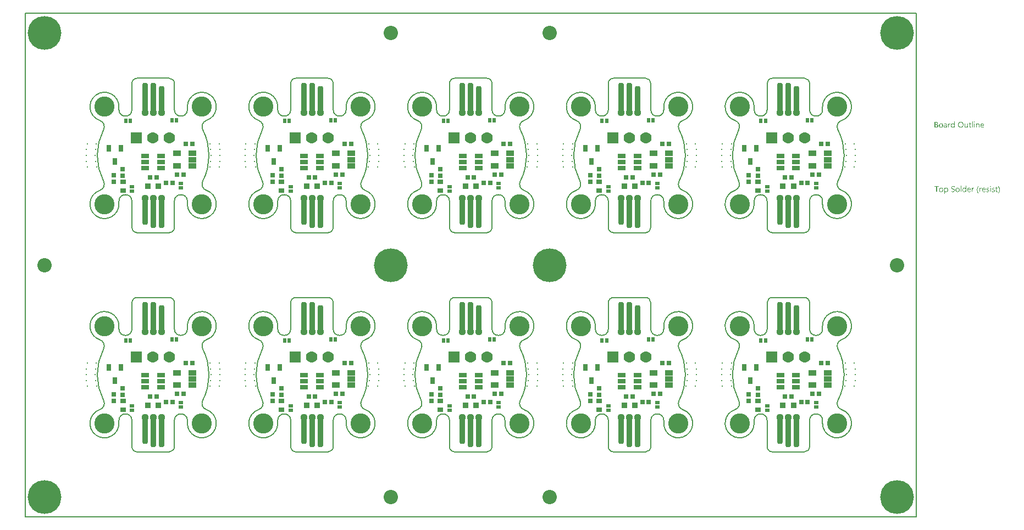
<source format=gts>
G04*
G04 #@! TF.GenerationSoftware,Altium Limited,Altium Designer,21.8.1 (53)*
G04*
G04 Layer_Color=8388736*
%FSAX25Y25*%
%MOIN*%
G70*
G04*
G04 #@! TF.SameCoordinates,1CCF7041-1EFB-486E-B6D5-4B62EAFF3753*
G04*
G04*
G04 #@! TF.FilePolarity,Negative*
G04*
G01*
G75*
G04:AMPARAMS|DCode=19|XSize=35.43mil|YSize=169.29mil|CornerRadius=13.82mil|HoleSize=0mil|Usage=FLASHONLY|Rotation=180.000|XOffset=0mil|YOffset=0mil|HoleType=Round|Shape=RoundedRectangle|*
%AMROUNDEDRECTD19*
21,1,0.03543,0.14165,0,0,180.0*
21,1,0.00780,0.16929,0,0,180.0*
1,1,0.02764,-0.00390,0.07083*
1,1,0.02764,0.00390,0.07083*
1,1,0.02764,0.00390,-0.07083*
1,1,0.02764,-0.00390,-0.07083*
%
%ADD19ROUNDEDRECTD19*%
G04:AMPARAMS|DCode=20|XSize=35.43mil|YSize=188.98mil|CornerRadius=13.82mil|HoleSize=0mil|Usage=FLASHONLY|Rotation=180.000|XOffset=0mil|YOffset=0mil|HoleType=Round|Shape=RoundedRectangle|*
%AMROUNDEDRECTD20*
21,1,0.03543,0.16134,0,0,180.0*
21,1,0.00780,0.18898,0,0,180.0*
1,1,0.02764,-0.00390,0.08067*
1,1,0.02764,0.00390,0.08067*
1,1,0.02764,0.00390,-0.08067*
1,1,0.02764,-0.00390,-0.08067*
%
%ADD20ROUNDEDRECTD20*%
%ADD26C,0.00787*%
%ADD30C,0.04370*%
%ADD42C,0.08674*%
%ADD43R,0.04528X0.02953*%
%ADD44R,0.02559X0.02756*%
%ADD45R,0.02559X0.02756*%
%ADD46R,0.02756X0.02559*%
%ADD47R,0.02756X0.02559*%
%ADD48R,0.02953X0.04134*%
%ADD49R,0.01968X0.03150*%
%ADD50R,0.03150X0.01968*%
%ADD51R,0.03740X0.02953*%
%ADD52R,0.04528X0.03347*%
%ADD53R,0.03740X0.03740*%
%ADD54C,0.00800*%
%ADD55C,0.20485*%
%ADD56C,0.06969*%
%ADD57R,0.06969X0.06969*%
%ADD58C,0.00591*%
%ADD59C,0.12205*%
G36*
X0556099Y0220157D02*
X0556124D01*
X0556179Y0220132D01*
X0556210Y0220114D01*
X0556241Y0220089D01*
X0556247Y0220083D01*
X0556254Y0220077D01*
X0556285Y0220040D01*
X0556309Y0219978D01*
X0556316Y0219941D01*
X0556322Y0219903D01*
Y0219897D01*
Y0219885D01*
X0556316Y0219866D01*
X0556309Y0219842D01*
X0556291Y0219780D01*
X0556266Y0219749D01*
X0556241Y0219718D01*
X0556235D01*
X0556229Y0219705D01*
X0556192Y0219681D01*
X0556136Y0219656D01*
X0556099Y0219650D01*
X0556062Y0219643D01*
X0556043D01*
X0556025Y0219650D01*
X0556000D01*
X0555938Y0219674D01*
X0555907Y0219687D01*
X0555876Y0219711D01*
Y0219718D01*
X0555864Y0219724D01*
X0555851Y0219742D01*
X0555839Y0219761D01*
X0555814Y0219823D01*
X0555808Y0219860D01*
X0555802Y0219903D01*
Y0219910D01*
Y0219922D01*
X0555808Y0219941D01*
X0555814Y0219971D01*
X0555833Y0220027D01*
X0555851Y0220058D01*
X0555876Y0220089D01*
X0555882Y0220095D01*
X0555888Y0220101D01*
X0555926Y0220126D01*
X0555987Y0220151D01*
X0556025Y0220163D01*
X0556080D01*
X0556099Y0220157D01*
D02*
G37*
G36*
X0544109Y0216493D02*
X0543707D01*
Y0216914D01*
X0543694D01*
Y0216908D01*
X0543682Y0216895D01*
X0543663Y0216870D01*
X0543645Y0216839D01*
X0543614Y0216802D01*
X0543576Y0216765D01*
X0543533Y0216722D01*
X0543484Y0216678D01*
X0543428Y0216629D01*
X0543360Y0216586D01*
X0543292Y0216548D01*
X0543211Y0216511D01*
X0543131Y0216480D01*
X0543038Y0216456D01*
X0542939Y0216443D01*
X0542834Y0216437D01*
X0542790D01*
X0542753Y0216443D01*
X0542716Y0216449D01*
X0542667Y0216456D01*
X0542561Y0216480D01*
X0542438Y0216517D01*
X0542314Y0216579D01*
X0542246Y0216617D01*
X0542190Y0216660D01*
X0542128Y0216716D01*
X0542072Y0216771D01*
Y0216777D01*
X0542060Y0216790D01*
X0542048Y0216808D01*
X0542029Y0216833D01*
X0542010Y0216864D01*
X0541986Y0216908D01*
X0541961Y0216957D01*
X0541936Y0217013D01*
X0541905Y0217075D01*
X0541880Y0217143D01*
X0541856Y0217217D01*
X0541837Y0217297D01*
X0541819Y0217384D01*
X0541806Y0217483D01*
X0541800Y0217582D01*
X0541794Y0217687D01*
Y0217694D01*
Y0217712D01*
Y0217749D01*
X0541800Y0217793D01*
X0541806Y0217842D01*
X0541812Y0217904D01*
X0541819Y0217972D01*
X0541831Y0218046D01*
X0541868Y0218207D01*
X0541924Y0218374D01*
X0541961Y0218455D01*
X0542004Y0218535D01*
X0542048Y0218610D01*
X0542103Y0218684D01*
X0542109Y0218690D01*
X0542116Y0218703D01*
X0542134Y0218721D01*
X0542159Y0218746D01*
X0542190Y0218771D01*
X0542233Y0218802D01*
X0542277Y0218839D01*
X0542326Y0218876D01*
X0542450Y0218944D01*
X0542592Y0219006D01*
X0542673Y0219024D01*
X0542759Y0219043D01*
X0542846Y0219055D01*
X0542945Y0219062D01*
X0542995D01*
X0543032Y0219055D01*
X0543069Y0219049D01*
X0543118Y0219043D01*
X0543230Y0219012D01*
X0543354Y0218963D01*
X0543415Y0218932D01*
X0543477Y0218888D01*
X0543539Y0218845D01*
X0543595Y0218789D01*
X0543645Y0218727D01*
X0543694Y0218653D01*
X0543707D01*
Y0220213D01*
X0544109D01*
Y0216493D01*
D02*
G37*
G36*
X0558377Y0219055D02*
X0558451Y0219049D01*
X0558544Y0219031D01*
X0558643Y0219000D01*
X0558748Y0218950D01*
X0558853Y0218882D01*
X0558897Y0218845D01*
X0558940Y0218795D01*
X0558952Y0218783D01*
X0558977Y0218746D01*
X0559008Y0218684D01*
X0559052Y0218597D01*
X0559089Y0218492D01*
X0559126Y0218362D01*
X0559151Y0218207D01*
X0559157Y0218028D01*
Y0216493D01*
X0558754D01*
Y0217923D01*
Y0217929D01*
Y0217960D01*
X0558748Y0217997D01*
Y0218046D01*
X0558736Y0218108D01*
X0558723Y0218176D01*
X0558705Y0218251D01*
X0558680Y0218325D01*
X0558649Y0218399D01*
X0558612Y0218467D01*
X0558563Y0218535D01*
X0558507Y0218597D01*
X0558445Y0218647D01*
X0558364Y0218684D01*
X0558278Y0218715D01*
X0558173Y0218721D01*
X0558160D01*
X0558123Y0218715D01*
X0558067Y0218709D01*
X0557999Y0218690D01*
X0557919Y0218665D01*
X0557832Y0218622D01*
X0557752Y0218566D01*
X0557671Y0218492D01*
X0557665Y0218480D01*
X0557640Y0218455D01*
X0557609Y0218405D01*
X0557572Y0218337D01*
X0557535Y0218257D01*
X0557504Y0218158D01*
X0557479Y0218046D01*
X0557473Y0217923D01*
Y0216493D01*
X0557071D01*
Y0219006D01*
X0557473D01*
Y0218585D01*
X0557485D01*
X0557492Y0218591D01*
X0557498Y0218603D01*
X0557516Y0218628D01*
X0557541Y0218659D01*
X0557566Y0218696D01*
X0557603Y0218734D01*
X0557646Y0218777D01*
X0557696Y0218826D01*
X0557752Y0218870D01*
X0557814Y0218913D01*
X0557882Y0218950D01*
X0557956Y0218987D01*
X0558030Y0219018D01*
X0558117Y0219043D01*
X0558210Y0219055D01*
X0558309Y0219062D01*
X0558346D01*
X0558377Y0219055D01*
D02*
G37*
G36*
X0541379Y0219043D02*
X0541453Y0219037D01*
X0541497Y0219024D01*
X0541528Y0219012D01*
Y0218597D01*
X0541521Y0218603D01*
X0541509Y0218610D01*
X0541484Y0218622D01*
X0541453Y0218641D01*
X0541410Y0218653D01*
X0541354Y0218665D01*
X0541292Y0218672D01*
X0541224Y0218678D01*
X0541212D01*
X0541181Y0218672D01*
X0541131Y0218665D01*
X0541076Y0218647D01*
X0541001Y0218616D01*
X0540933Y0218573D01*
X0540859Y0218511D01*
X0540791Y0218430D01*
X0540785Y0218418D01*
X0540766Y0218387D01*
X0540735Y0218331D01*
X0540704Y0218257D01*
X0540673Y0218164D01*
X0540642Y0218046D01*
X0540624Y0217916D01*
X0540618Y0217768D01*
Y0216493D01*
X0540215D01*
Y0219006D01*
X0540618D01*
Y0218486D01*
X0540630D01*
Y0218492D01*
X0540636Y0218498D01*
X0540649Y0218529D01*
X0540667Y0218579D01*
X0540698Y0218641D01*
X0540729Y0218703D01*
X0540779Y0218771D01*
X0540828Y0218839D01*
X0540890Y0218901D01*
X0540896Y0218907D01*
X0540921Y0218925D01*
X0540958Y0218950D01*
X0541008Y0218975D01*
X0541063Y0219000D01*
X0541131Y0219024D01*
X0541206Y0219043D01*
X0541286Y0219049D01*
X0541342D01*
X0541379Y0219043D01*
D02*
G37*
G36*
X0552119Y0216493D02*
X0551716D01*
Y0216889D01*
X0551704D01*
Y0216883D01*
X0551692Y0216870D01*
X0551679Y0216846D01*
X0551654Y0216821D01*
X0551599Y0216746D01*
X0551512Y0216666D01*
X0551463Y0216623D01*
X0551407Y0216579D01*
X0551345Y0216542D01*
X0551271Y0216505D01*
X0551196Y0216480D01*
X0551116Y0216456D01*
X0551023Y0216443D01*
X0550930Y0216437D01*
X0550893D01*
X0550850Y0216443D01*
X0550788Y0216456D01*
X0550720Y0216468D01*
X0550645Y0216493D01*
X0550565Y0216524D01*
X0550485Y0216573D01*
X0550398Y0216629D01*
X0550317Y0216697D01*
X0550243Y0216784D01*
X0550175Y0216889D01*
X0550113Y0217006D01*
X0550070Y0217149D01*
X0550045Y0217316D01*
X0550033Y0217403D01*
Y0217502D01*
Y0219006D01*
X0550429D01*
Y0217564D01*
Y0217557D01*
Y0217533D01*
X0550435Y0217489D01*
X0550441Y0217440D01*
X0550447Y0217378D01*
X0550460Y0217316D01*
X0550478Y0217242D01*
X0550503Y0217167D01*
X0550540Y0217093D01*
X0550577Y0217025D01*
X0550627Y0216957D01*
X0550689Y0216895D01*
X0550757Y0216846D01*
X0550837Y0216808D01*
X0550936Y0216777D01*
X0551042Y0216771D01*
X0551054D01*
X0551091Y0216777D01*
X0551147Y0216784D01*
X0551209Y0216796D01*
X0551289Y0216827D01*
X0551370Y0216864D01*
X0551450Y0216914D01*
X0551524Y0216988D01*
X0551531Y0217000D01*
X0551555Y0217025D01*
X0551586Y0217075D01*
X0551623Y0217143D01*
X0551654Y0217223D01*
X0551685Y0217322D01*
X0551710Y0217434D01*
X0551716Y0217557D01*
Y0219006D01*
X0552119D01*
Y0216493D01*
D02*
G37*
G36*
X0556254D02*
X0555851D01*
Y0219006D01*
X0556254D01*
Y0216493D01*
D02*
G37*
G36*
X0555034D02*
X0554632D01*
Y0220213D01*
X0555034D01*
Y0216493D01*
D02*
G37*
G36*
X0538655Y0219055D02*
X0538711Y0219049D01*
X0538779Y0219031D01*
X0538854Y0219012D01*
X0538934Y0218981D01*
X0539021Y0218944D01*
X0539101Y0218895D01*
X0539182Y0218832D01*
X0539256Y0218758D01*
X0539324Y0218665D01*
X0539380Y0218560D01*
X0539423Y0218436D01*
X0539448Y0218294D01*
X0539460Y0218127D01*
Y0216493D01*
X0539058D01*
Y0216883D01*
X0539045D01*
Y0216877D01*
X0539033Y0216864D01*
X0539021Y0216839D01*
X0538996Y0216815D01*
X0538934Y0216740D01*
X0538854Y0216660D01*
X0538742Y0216579D01*
X0538612Y0216505D01*
X0538532Y0216480D01*
X0538451Y0216456D01*
X0538365Y0216443D01*
X0538272Y0216437D01*
X0538235D01*
X0538210Y0216443D01*
X0538142Y0216449D01*
X0538061Y0216462D01*
X0537962Y0216487D01*
X0537869Y0216517D01*
X0537770Y0216567D01*
X0537684Y0216629D01*
X0537677Y0216641D01*
X0537653Y0216666D01*
X0537615Y0216709D01*
X0537578Y0216771D01*
X0537541Y0216846D01*
X0537504Y0216932D01*
X0537479Y0217037D01*
X0537473Y0217155D01*
Y0217161D01*
Y0217186D01*
X0537479Y0217223D01*
X0537486Y0217267D01*
X0537498Y0217322D01*
X0537516Y0217384D01*
X0537541Y0217452D01*
X0537578Y0217520D01*
X0537622Y0217595D01*
X0537677Y0217669D01*
X0537746Y0217737D01*
X0537826Y0217799D01*
X0537919Y0217861D01*
X0538030Y0217910D01*
X0538154Y0217947D01*
X0538303Y0217978D01*
X0539058Y0218084D01*
Y0218090D01*
Y0218108D01*
X0539052Y0218145D01*
Y0218183D01*
X0539039Y0218232D01*
X0539033Y0218288D01*
X0538996Y0218405D01*
X0538965Y0218461D01*
X0538934Y0218517D01*
X0538891Y0218573D01*
X0538841Y0218622D01*
X0538779Y0218665D01*
X0538711Y0218696D01*
X0538631Y0218715D01*
X0538538Y0218721D01*
X0538494D01*
X0538463Y0218715D01*
X0538420D01*
X0538377Y0218703D01*
X0538266Y0218684D01*
X0538142Y0218647D01*
X0538005Y0218591D01*
X0537931Y0218554D01*
X0537863Y0218517D01*
X0537789Y0218467D01*
X0537721Y0218412D01*
Y0218826D01*
X0537727D01*
X0537739Y0218839D01*
X0537758Y0218851D01*
X0537789Y0218864D01*
X0537820Y0218882D01*
X0537863Y0218901D01*
X0537913Y0218919D01*
X0537968Y0218944D01*
X0538092Y0218987D01*
X0538241Y0219024D01*
X0538402Y0219049D01*
X0538575Y0219062D01*
X0538612D01*
X0538655Y0219055D01*
D02*
G37*
G36*
X0532967Y0220003D02*
X0533010D01*
X0533053Y0219996D01*
X0533152Y0219984D01*
X0533270Y0219953D01*
X0533394Y0219916D01*
X0533511Y0219860D01*
X0533617Y0219786D01*
X0533623D01*
X0533629Y0219773D01*
X0533660Y0219749D01*
X0533703Y0219699D01*
X0533753Y0219631D01*
X0533796Y0219544D01*
X0533840Y0219445D01*
X0533871Y0219334D01*
X0533883Y0219272D01*
Y0219204D01*
Y0219198D01*
Y0219192D01*
Y0219154D01*
X0533877Y0219099D01*
X0533864Y0219031D01*
X0533846Y0218944D01*
X0533815Y0218857D01*
X0533778Y0218771D01*
X0533722Y0218684D01*
X0533716Y0218672D01*
X0533691Y0218647D01*
X0533654Y0218610D01*
X0533604Y0218560D01*
X0533542Y0218511D01*
X0533468Y0218455D01*
X0533375Y0218412D01*
X0533276Y0218368D01*
Y0218362D01*
X0533295D01*
X0533314Y0218356D01*
X0533332Y0218350D01*
X0533400Y0218337D01*
X0533481Y0218313D01*
X0533567Y0218275D01*
X0533660Y0218232D01*
X0533753Y0218170D01*
X0533840Y0218090D01*
X0533852Y0218077D01*
X0533877Y0218046D01*
X0533908Y0218003D01*
X0533951Y0217935D01*
X0533988Y0217848D01*
X0534025Y0217749D01*
X0534050Y0217632D01*
X0534056Y0217502D01*
Y0217495D01*
Y0217483D01*
Y0217458D01*
X0534050Y0217427D01*
X0534044Y0217390D01*
X0534038Y0217347D01*
X0534013Y0217242D01*
X0533976Y0217124D01*
X0533920Y0217000D01*
X0533883Y0216945D01*
X0533840Y0216883D01*
X0533784Y0216827D01*
X0533728Y0216771D01*
X0533722D01*
X0533716Y0216759D01*
X0533697Y0216746D01*
X0533673Y0216728D01*
X0533641Y0216709D01*
X0533598Y0216685D01*
X0533505Y0216635D01*
X0533388Y0216579D01*
X0533252Y0216536D01*
X0533091Y0216505D01*
X0533010Y0216499D01*
X0532917Y0216493D01*
X0531890D01*
Y0220009D01*
X0532936D01*
X0532967Y0220003D01*
D02*
G37*
G36*
X0553462Y0219006D02*
X0554100D01*
Y0218659D01*
X0553462D01*
Y0217242D01*
Y0217229D01*
Y0217198D01*
X0553468Y0217155D01*
X0553474Y0217099D01*
X0553499Y0216982D01*
X0553518Y0216926D01*
X0553549Y0216883D01*
X0553555Y0216877D01*
X0553567Y0216864D01*
X0553586Y0216852D01*
X0553617Y0216833D01*
X0553654Y0216808D01*
X0553703Y0216796D01*
X0553765Y0216784D01*
X0553833Y0216777D01*
X0553858D01*
X0553889Y0216784D01*
X0553926Y0216790D01*
X0554013Y0216815D01*
X0554056Y0216833D01*
X0554100Y0216858D01*
Y0216511D01*
X0554093D01*
X0554075Y0216499D01*
X0554044Y0216493D01*
X0554000Y0216480D01*
X0553945Y0216468D01*
X0553883Y0216456D01*
X0553809Y0216449D01*
X0553722Y0216443D01*
X0553691D01*
X0553660Y0216449D01*
X0553617Y0216456D01*
X0553567Y0216468D01*
X0553511Y0216480D01*
X0553456Y0216505D01*
X0553394Y0216536D01*
X0553332Y0216573D01*
X0553270Y0216623D01*
X0553214Y0216678D01*
X0553165Y0216753D01*
X0553122Y0216833D01*
X0553090Y0216932D01*
X0553066Y0217044D01*
X0553060Y0217174D01*
Y0218659D01*
X0552632D01*
Y0219006D01*
X0553060D01*
Y0219619D01*
X0553462Y0219749D01*
Y0219006D01*
D02*
G37*
G36*
X0560989Y0219055D02*
X0561032Y0219049D01*
X0561076Y0219043D01*
X0561187Y0219024D01*
X0561311Y0218981D01*
X0561435Y0218925D01*
X0561496Y0218888D01*
X0561558Y0218845D01*
X0561614Y0218795D01*
X0561670Y0218740D01*
X0561676Y0218734D01*
X0561682Y0218727D01*
X0561695Y0218709D01*
X0561713Y0218684D01*
X0561732Y0218647D01*
X0561757Y0218610D01*
X0561781Y0218566D01*
X0561806Y0218511D01*
X0561831Y0218449D01*
X0561856Y0218387D01*
X0561880Y0218313D01*
X0561899Y0218232D01*
X0561917Y0218145D01*
X0561930Y0218059D01*
X0561942Y0217960D01*
Y0217854D01*
Y0217644D01*
X0560166D01*
Y0217638D01*
Y0217625D01*
Y0217607D01*
X0560172Y0217576D01*
X0560178Y0217539D01*
Y0217502D01*
X0560197Y0217403D01*
X0560228Y0217304D01*
X0560265Y0217192D01*
X0560320Y0217087D01*
X0560389Y0216994D01*
X0560401Y0216982D01*
X0560426Y0216957D01*
X0560475Y0216926D01*
X0560543Y0216883D01*
X0560630Y0216839D01*
X0560729Y0216808D01*
X0560847Y0216784D01*
X0560983Y0216771D01*
X0561026D01*
X0561057Y0216777D01*
X0561094D01*
X0561137Y0216784D01*
X0561243Y0216808D01*
X0561360Y0216839D01*
X0561490Y0216889D01*
X0561626Y0216957D01*
X0561695Y0217000D01*
X0561763Y0217050D01*
Y0216672D01*
X0561757D01*
X0561750Y0216660D01*
X0561732Y0216654D01*
X0561701Y0216635D01*
X0561670Y0216617D01*
X0561633Y0216598D01*
X0561583Y0216579D01*
X0561534Y0216555D01*
X0561472Y0216530D01*
X0561404Y0216511D01*
X0561255Y0216474D01*
X0561082Y0216449D01*
X0560890Y0216437D01*
X0560840D01*
X0560803Y0216443D01*
X0560760Y0216449D01*
X0560704Y0216456D01*
X0560587Y0216480D01*
X0560450Y0216517D01*
X0560314Y0216579D01*
X0560246Y0216623D01*
X0560178Y0216666D01*
X0560116Y0216716D01*
X0560054Y0216777D01*
X0560048Y0216784D01*
X0560042Y0216796D01*
X0560030Y0216815D01*
X0560005Y0216839D01*
X0559986Y0216877D01*
X0559961Y0216920D01*
X0559931Y0216969D01*
X0559906Y0217025D01*
X0559875Y0217087D01*
X0559850Y0217161D01*
X0559819Y0217242D01*
X0559800Y0217328D01*
X0559782Y0217421D01*
X0559763Y0217520D01*
X0559757Y0217625D01*
X0559751Y0217737D01*
Y0217743D01*
Y0217762D01*
Y0217793D01*
X0559757Y0217836D01*
X0559763Y0217885D01*
X0559769Y0217941D01*
X0559776Y0218009D01*
X0559794Y0218077D01*
X0559831Y0218226D01*
X0559887Y0218387D01*
X0559924Y0218467D01*
X0559974Y0218542D01*
X0560023Y0218622D01*
X0560079Y0218690D01*
X0560085Y0218696D01*
X0560098Y0218709D01*
X0560116Y0218727D01*
X0560141Y0218746D01*
X0560172Y0218777D01*
X0560209Y0218808D01*
X0560258Y0218839D01*
X0560308Y0218876D01*
X0560426Y0218944D01*
X0560568Y0219006D01*
X0560648Y0219024D01*
X0560729Y0219043D01*
X0560816Y0219055D01*
X0560909Y0219062D01*
X0560958D01*
X0560989Y0219055D01*
D02*
G37*
G36*
X0547947Y0220064D02*
X0548008Y0220058D01*
X0548083Y0220046D01*
X0548163Y0220027D01*
X0548250Y0220009D01*
X0548337Y0219984D01*
X0548436Y0219953D01*
X0548528Y0219910D01*
X0548628Y0219860D01*
X0548727Y0219804D01*
X0548819Y0219736D01*
X0548912Y0219662D01*
X0548999Y0219575D01*
X0549005Y0219569D01*
X0549017Y0219551D01*
X0549042Y0219526D01*
X0549067Y0219489D01*
X0549104Y0219439D01*
X0549141Y0219377D01*
X0549178Y0219309D01*
X0549222Y0219235D01*
X0549265Y0219142D01*
X0549302Y0219049D01*
X0549339Y0218944D01*
X0549376Y0218826D01*
X0549401Y0218709D01*
X0549426Y0218579D01*
X0549438Y0218436D01*
X0549445Y0218294D01*
Y0218282D01*
Y0218257D01*
Y0218214D01*
X0549438Y0218152D01*
X0549432Y0218077D01*
X0549420Y0217997D01*
X0549407Y0217904D01*
X0549389Y0217799D01*
X0549364Y0217694D01*
X0549333Y0217582D01*
X0549296Y0217471D01*
X0549253Y0217359D01*
X0549197Y0217242D01*
X0549135Y0217137D01*
X0549067Y0217031D01*
X0548986Y0216932D01*
X0548980Y0216926D01*
X0548968Y0216914D01*
X0548937Y0216889D01*
X0548906Y0216858D01*
X0548856Y0216815D01*
X0548801Y0216777D01*
X0548739Y0216728D01*
X0548665Y0216685D01*
X0548584Y0216641D01*
X0548491Y0216592D01*
X0548392Y0216555D01*
X0548281Y0216517D01*
X0548163Y0216480D01*
X0548039Y0216456D01*
X0547909Y0216443D01*
X0547767Y0216437D01*
X0547736D01*
X0547693Y0216443D01*
X0547643D01*
X0547581Y0216449D01*
X0547507Y0216462D01*
X0547427Y0216480D01*
X0547334Y0216499D01*
X0547241Y0216524D01*
X0547142Y0216555D01*
X0547043Y0216598D01*
X0546944Y0216641D01*
X0546845Y0216697D01*
X0546746Y0216765D01*
X0546653Y0216839D01*
X0546566Y0216926D01*
X0546560Y0216932D01*
X0546548Y0216951D01*
X0546523Y0216976D01*
X0546498Y0217013D01*
X0546461Y0217062D01*
X0546424Y0217124D01*
X0546387Y0217192D01*
X0546343Y0217273D01*
X0546300Y0217359D01*
X0546263Y0217452D01*
X0546226Y0217557D01*
X0546189Y0217675D01*
X0546164Y0217793D01*
X0546139Y0217923D01*
X0546127Y0218065D01*
X0546121Y0218207D01*
Y0218220D01*
Y0218245D01*
X0546127Y0218288D01*
Y0218350D01*
X0546133Y0218418D01*
X0546145Y0218505D01*
X0546158Y0218597D01*
X0546176Y0218696D01*
X0546201Y0218802D01*
X0546232Y0218913D01*
X0546269Y0219024D01*
X0546313Y0219136D01*
X0546368Y0219247D01*
X0546430Y0219359D01*
X0546498Y0219464D01*
X0546579Y0219563D01*
X0546585Y0219569D01*
X0546597Y0219588D01*
X0546628Y0219613D01*
X0546665Y0219643D01*
X0546709Y0219681D01*
X0546764Y0219724D01*
X0546832Y0219767D01*
X0546907Y0219817D01*
X0546993Y0219866D01*
X0547086Y0219910D01*
X0547185Y0219953D01*
X0547297Y0219990D01*
X0547421Y0220021D01*
X0547550Y0220052D01*
X0547687Y0220064D01*
X0547829Y0220071D01*
X0547897D01*
X0547947Y0220064D01*
D02*
G37*
G36*
X0535919Y0219055D02*
X0535963Y0219049D01*
X0536019Y0219043D01*
X0536142Y0219018D01*
X0536285Y0218975D01*
X0536427Y0218913D01*
X0536501Y0218876D01*
X0536569Y0218832D01*
X0536637Y0218777D01*
X0536699Y0218715D01*
X0536706Y0218709D01*
X0536712Y0218696D01*
X0536730Y0218678D01*
X0536749Y0218653D01*
X0536774Y0218616D01*
X0536798Y0218573D01*
X0536829Y0218523D01*
X0536860Y0218467D01*
X0536885Y0218399D01*
X0536916Y0218331D01*
X0536941Y0218251D01*
X0536966Y0218164D01*
X0536984Y0218071D01*
X0537003Y0217972D01*
X0537009Y0217867D01*
X0537015Y0217756D01*
Y0217749D01*
Y0217731D01*
Y0217700D01*
X0537009Y0217656D01*
X0537003Y0217607D01*
X0536997Y0217545D01*
X0536984Y0217483D01*
X0536972Y0217409D01*
X0536935Y0217260D01*
X0536873Y0217099D01*
X0536836Y0217019D01*
X0536786Y0216938D01*
X0536736Y0216864D01*
X0536675Y0216796D01*
X0536668Y0216790D01*
X0536656Y0216784D01*
X0536637Y0216765D01*
X0536613Y0216740D01*
X0536576Y0216716D01*
X0536539Y0216685D01*
X0536489Y0216648D01*
X0536433Y0216617D01*
X0536371Y0216586D01*
X0536303Y0216548D01*
X0536229Y0216517D01*
X0536149Y0216493D01*
X0536062Y0216468D01*
X0535969Y0216456D01*
X0535870Y0216443D01*
X0535765Y0216437D01*
X0535709D01*
X0535672Y0216443D01*
X0535629Y0216449D01*
X0535573Y0216456D01*
X0535511Y0216468D01*
X0535443Y0216480D01*
X0535300Y0216524D01*
X0535152Y0216586D01*
X0535078Y0216623D01*
X0535009Y0216672D01*
X0534941Y0216722D01*
X0534873Y0216784D01*
X0534867Y0216790D01*
X0534861Y0216802D01*
X0534842Y0216821D01*
X0534824Y0216846D01*
X0534799Y0216883D01*
X0534768Y0216926D01*
X0534737Y0216976D01*
X0534712Y0217031D01*
X0534682Y0217099D01*
X0534651Y0217167D01*
X0534620Y0217242D01*
X0534595Y0217328D01*
X0534558Y0217514D01*
X0534551Y0217613D01*
X0534545Y0217718D01*
Y0217724D01*
Y0217749D01*
Y0217780D01*
X0534551Y0217824D01*
X0534558Y0217873D01*
X0534564Y0217935D01*
X0534576Y0218003D01*
X0534589Y0218077D01*
X0534626Y0218238D01*
X0534688Y0218399D01*
X0534731Y0218480D01*
X0534774Y0218560D01*
X0534824Y0218635D01*
X0534886Y0218703D01*
X0534892Y0218709D01*
X0534904Y0218721D01*
X0534923Y0218734D01*
X0534948Y0218758D01*
X0534985Y0218783D01*
X0535028Y0218814D01*
X0535078Y0218851D01*
X0535133Y0218882D01*
X0535195Y0218913D01*
X0535269Y0218950D01*
X0535344Y0218981D01*
X0535430Y0219006D01*
X0535517Y0219031D01*
X0535616Y0219049D01*
X0535721Y0219055D01*
X0535827Y0219062D01*
X0535882D01*
X0535919Y0219055D01*
D02*
G37*
G36*
X0565916Y0181095D02*
X0565941D01*
X0565997Y0181071D01*
X0566028Y0181052D01*
X0566059Y0181027D01*
X0566065Y0181021D01*
X0566071Y0181015D01*
X0566102Y0180978D01*
X0566127Y0180916D01*
X0566133Y0180879D01*
X0566139Y0180842D01*
Y0180835D01*
Y0180823D01*
X0566133Y0180804D01*
X0566127Y0180780D01*
X0566108Y0180718D01*
X0566083Y0180687D01*
X0566059Y0180656D01*
X0566052D01*
X0566046Y0180643D01*
X0566009Y0180619D01*
X0565953Y0180594D01*
X0565916Y0180588D01*
X0565879Y0180582D01*
X0565861D01*
X0565842Y0180588D01*
X0565817D01*
X0565755Y0180613D01*
X0565724Y0180625D01*
X0565693Y0180650D01*
Y0180656D01*
X0565681Y0180662D01*
X0565669Y0180681D01*
X0565656Y0180699D01*
X0565631Y0180761D01*
X0565625Y0180798D01*
X0565619Y0180842D01*
Y0180848D01*
Y0180860D01*
X0565625Y0180879D01*
X0565631Y0180910D01*
X0565650Y0180965D01*
X0565669Y0180996D01*
X0565693Y0181027D01*
X0565699Y0181034D01*
X0565706Y0181040D01*
X0565743Y0181064D01*
X0565805Y0181089D01*
X0565842Y0181102D01*
X0565898D01*
X0565916Y0181095D01*
D02*
G37*
G36*
X0543348Y0181002D02*
X0543397D01*
X0543508Y0180990D01*
X0543632Y0180978D01*
X0543756Y0180953D01*
X0543874Y0180922D01*
X0543923Y0180903D01*
X0543973Y0180879D01*
Y0180414D01*
X0543966D01*
X0543960Y0180427D01*
X0543942Y0180433D01*
X0543917Y0180452D01*
X0543886Y0180464D01*
X0543849Y0180482D01*
X0543756Y0180526D01*
X0543645Y0180563D01*
X0543508Y0180600D01*
X0543348Y0180625D01*
X0543174Y0180631D01*
X0543125D01*
X0543087Y0180625D01*
X0543050D01*
X0543001Y0180619D01*
X0542902Y0180600D01*
X0542896D01*
X0542877Y0180594D01*
X0542852Y0180588D01*
X0542821Y0180582D01*
X0542747Y0180551D01*
X0542660Y0180514D01*
X0542654D01*
X0542642Y0180501D01*
X0542623Y0180489D01*
X0542598Y0180470D01*
X0542543Y0180414D01*
X0542487Y0180346D01*
Y0180340D01*
X0542475Y0180328D01*
X0542469Y0180309D01*
X0542456Y0180278D01*
X0542444Y0180241D01*
X0542438Y0180204D01*
X0542425Y0180105D01*
Y0180099D01*
Y0180080D01*
Y0180055D01*
X0542431Y0180025D01*
X0542444Y0179950D01*
X0542475Y0179870D01*
Y0179864D01*
X0542487Y0179851D01*
X0542493Y0179833D01*
X0542512Y0179808D01*
X0542561Y0179752D01*
X0542623Y0179690D01*
X0542629Y0179684D01*
X0542642Y0179678D01*
X0542660Y0179659D01*
X0542691Y0179641D01*
X0542728Y0179616D01*
X0542766Y0179591D01*
X0542865Y0179529D01*
X0542871Y0179523D01*
X0542889Y0179517D01*
X0542920Y0179498D01*
X0542957Y0179480D01*
X0543007Y0179455D01*
X0543063Y0179430D01*
X0543187Y0179368D01*
X0543193Y0179362D01*
X0543218Y0179350D01*
X0543255Y0179331D01*
X0543304Y0179306D01*
X0543360Y0179282D01*
X0543422Y0179245D01*
X0543545Y0179170D01*
X0543552Y0179164D01*
X0543576Y0179152D01*
X0543607Y0179133D01*
X0543651Y0179102D01*
X0543744Y0179028D01*
X0543843Y0178941D01*
X0543849Y0178935D01*
X0543867Y0178923D01*
X0543886Y0178892D01*
X0543917Y0178861D01*
X0543948Y0178817D01*
X0543985Y0178774D01*
X0544047Y0178663D01*
X0544053Y0178656D01*
X0544059Y0178638D01*
X0544072Y0178607D01*
X0544084Y0178564D01*
X0544096Y0178514D01*
X0544109Y0178452D01*
X0544121Y0178390D01*
Y0178316D01*
Y0178304D01*
Y0178273D01*
X0544115Y0178223D01*
X0544109Y0178161D01*
X0544096Y0178093D01*
X0544078Y0178019D01*
X0544053Y0177945D01*
X0544016Y0177877D01*
X0544010Y0177870D01*
X0543997Y0177846D01*
X0543973Y0177815D01*
X0543948Y0177771D01*
X0543905Y0177728D01*
X0543861Y0177679D01*
X0543806Y0177629D01*
X0543744Y0177579D01*
X0543737Y0177573D01*
X0543713Y0177561D01*
X0543676Y0177542D01*
X0543626Y0177517D01*
X0543570Y0177493D01*
X0543502Y0177468D01*
X0543422Y0177443D01*
X0543341Y0177425D01*
X0543329D01*
X0543304Y0177418D01*
X0543261Y0177412D01*
X0543199Y0177400D01*
X0543131Y0177394D01*
X0543050Y0177381D01*
X0542964Y0177375D01*
X0542815D01*
X0542747Y0177381D01*
X0542660Y0177388D01*
X0542642D01*
X0542617Y0177394D01*
X0542586Y0177400D01*
X0542506Y0177406D01*
X0542413Y0177425D01*
X0542407D01*
X0542388Y0177431D01*
X0542363Y0177437D01*
X0542332Y0177443D01*
X0542258Y0177462D01*
X0542171Y0177487D01*
X0542165D01*
X0542153Y0177493D01*
X0542134Y0177499D01*
X0542109Y0177511D01*
X0542048Y0177536D01*
X0541986Y0177573D01*
Y0178056D01*
X0541992Y0178050D01*
X0542004Y0178044D01*
X0542017Y0178031D01*
X0542041Y0178013D01*
X0542109Y0177969D01*
X0542190Y0177920D01*
X0542196D01*
X0542208Y0177914D01*
X0542233Y0177901D01*
X0542264Y0177889D01*
X0542345Y0177852D01*
X0542431Y0177821D01*
X0542438D01*
X0542456Y0177815D01*
X0542481Y0177808D01*
X0542512Y0177802D01*
X0542598Y0177778D01*
X0542691Y0177759D01*
X0542716D01*
X0542741Y0177753D01*
X0542772D01*
X0542846Y0177747D01*
X0542933Y0177740D01*
X0542995D01*
X0543063Y0177747D01*
X0543149Y0177759D01*
X0543242Y0177771D01*
X0543335Y0177796D01*
X0543422Y0177833D01*
X0543502Y0177877D01*
X0543508Y0177883D01*
X0543533Y0177901D01*
X0543564Y0177938D01*
X0543595Y0177982D01*
X0543632Y0178038D01*
X0543657Y0178112D01*
X0543682Y0178192D01*
X0543688Y0178285D01*
Y0178291D01*
Y0178310D01*
Y0178335D01*
X0543682Y0178372D01*
X0543663Y0178452D01*
X0543626Y0178533D01*
Y0178539D01*
X0543614Y0178551D01*
X0543601Y0178570D01*
X0543583Y0178595D01*
X0543527Y0178656D01*
X0543453Y0178725D01*
X0543446Y0178731D01*
X0543434Y0178743D01*
X0543409Y0178755D01*
X0543378Y0178780D01*
X0543341Y0178805D01*
X0543298Y0178836D01*
X0543193Y0178892D01*
X0543187Y0178898D01*
X0543168Y0178904D01*
X0543137Y0178923D01*
X0543094Y0178941D01*
X0543050Y0178972D01*
X0542995Y0178997D01*
X0542865Y0179065D01*
X0542858Y0179071D01*
X0542834Y0179084D01*
X0542797Y0179102D01*
X0542753Y0179121D01*
X0542704Y0179152D01*
X0542648Y0179183D01*
X0542524Y0179251D01*
X0542518Y0179257D01*
X0542499Y0179269D01*
X0542469Y0179288D01*
X0542431Y0179313D01*
X0542339Y0179381D01*
X0542246Y0179461D01*
X0542239Y0179467D01*
X0542227Y0179480D01*
X0542202Y0179505D01*
X0542177Y0179535D01*
X0542147Y0179579D01*
X0542116Y0179622D01*
X0542060Y0179721D01*
Y0179727D01*
X0542048Y0179746D01*
X0542041Y0179777D01*
X0542029Y0179820D01*
X0542017Y0179870D01*
X0542004Y0179932D01*
X0541998Y0179993D01*
X0541992Y0180068D01*
Y0180080D01*
Y0180111D01*
X0541998Y0180155D01*
X0542004Y0180210D01*
X0542017Y0180278D01*
X0542035Y0180346D01*
X0542060Y0180414D01*
X0542097Y0180482D01*
X0542103Y0180489D01*
X0542116Y0180514D01*
X0542140Y0180544D01*
X0542171Y0180588D01*
X0542208Y0180631D01*
X0542258Y0180681D01*
X0542314Y0180730D01*
X0542376Y0180773D01*
X0542382Y0180780D01*
X0542407Y0180792D01*
X0542444Y0180817D01*
X0542487Y0180842D01*
X0542549Y0180866D01*
X0542611Y0180897D01*
X0542685Y0180922D01*
X0542766Y0180947D01*
X0542778D01*
X0542803Y0180959D01*
X0542846Y0180965D01*
X0542908Y0180978D01*
X0542976Y0180990D01*
X0543050Y0180996D01*
X0543218Y0181009D01*
X0543304D01*
X0543348Y0181002D01*
D02*
G37*
G36*
X0551079Y0177431D02*
X0550676D01*
Y0177852D01*
X0550664D01*
Y0177846D01*
X0550652Y0177833D01*
X0550633Y0177808D01*
X0550615Y0177778D01*
X0550584Y0177740D01*
X0550546Y0177703D01*
X0550503Y0177660D01*
X0550454Y0177617D01*
X0550398Y0177567D01*
X0550330Y0177524D01*
X0550262Y0177487D01*
X0550181Y0177450D01*
X0550101Y0177418D01*
X0550008Y0177394D01*
X0549909Y0177381D01*
X0549804Y0177375D01*
X0549760D01*
X0549723Y0177381D01*
X0549686Y0177388D01*
X0549637Y0177394D01*
X0549531Y0177418D01*
X0549407Y0177456D01*
X0549284Y0177517D01*
X0549216Y0177555D01*
X0549160Y0177598D01*
X0549098Y0177654D01*
X0549042Y0177709D01*
Y0177716D01*
X0549030Y0177728D01*
X0549017Y0177747D01*
X0548999Y0177771D01*
X0548980Y0177802D01*
X0548956Y0177846D01*
X0548931Y0177895D01*
X0548906Y0177951D01*
X0548875Y0178013D01*
X0548850Y0178081D01*
X0548826Y0178155D01*
X0548807Y0178236D01*
X0548788Y0178322D01*
X0548776Y0178421D01*
X0548770Y0178520D01*
X0548764Y0178626D01*
Y0178632D01*
Y0178650D01*
Y0178687D01*
X0548770Y0178731D01*
X0548776Y0178780D01*
X0548782Y0178842D01*
X0548788Y0178910D01*
X0548801Y0178985D01*
X0548838Y0179146D01*
X0548894Y0179313D01*
X0548931Y0179393D01*
X0548974Y0179474D01*
X0549017Y0179548D01*
X0549073Y0179622D01*
X0549079Y0179628D01*
X0549086Y0179641D01*
X0549104Y0179659D01*
X0549129Y0179684D01*
X0549160Y0179709D01*
X0549203Y0179740D01*
X0549247Y0179777D01*
X0549296Y0179814D01*
X0549420Y0179882D01*
X0549562Y0179944D01*
X0549643Y0179963D01*
X0549729Y0179981D01*
X0549816Y0179993D01*
X0549915Y0180000D01*
X0549965D01*
X0550002Y0179993D01*
X0550039Y0179987D01*
X0550088Y0179981D01*
X0550200Y0179950D01*
X0550324Y0179901D01*
X0550386Y0179870D01*
X0550447Y0179826D01*
X0550509Y0179783D01*
X0550565Y0179727D01*
X0550615Y0179666D01*
X0550664Y0179591D01*
X0550676D01*
Y0181151D01*
X0551079D01*
Y0177431D01*
D02*
G37*
G36*
X0539132Y0179993D02*
X0539175Y0179987D01*
X0539219Y0179981D01*
X0539330Y0179956D01*
X0539454Y0179919D01*
X0539578Y0179857D01*
X0539640Y0179820D01*
X0539702Y0179771D01*
X0539757Y0179721D01*
X0539813Y0179659D01*
X0539819Y0179653D01*
X0539825Y0179647D01*
X0539838Y0179622D01*
X0539856Y0179597D01*
X0539875Y0179566D01*
X0539900Y0179523D01*
X0539924Y0179474D01*
X0539949Y0179424D01*
X0539974Y0179362D01*
X0539999Y0179294D01*
X0540023Y0179220D01*
X0540042Y0179139D01*
X0540073Y0178960D01*
X0540085Y0178861D01*
Y0178755D01*
Y0178749D01*
Y0178731D01*
Y0178694D01*
X0540079Y0178650D01*
Y0178601D01*
X0540067Y0178539D01*
X0540061Y0178471D01*
X0540048Y0178396D01*
X0540011Y0178236D01*
X0539955Y0178068D01*
X0539918Y0177988D01*
X0539881Y0177908D01*
X0539831Y0177827D01*
X0539776Y0177753D01*
X0539770Y0177747D01*
X0539763Y0177734D01*
X0539745Y0177716D01*
X0539720Y0177697D01*
X0539689Y0177666D01*
X0539652Y0177635D01*
X0539609Y0177598D01*
X0539559Y0177567D01*
X0539503Y0177530D01*
X0539442Y0177493D01*
X0539293Y0177437D01*
X0539213Y0177412D01*
X0539132Y0177394D01*
X0539039Y0177381D01*
X0538940Y0177375D01*
X0538891D01*
X0538860Y0177381D01*
X0538816Y0177388D01*
X0538773Y0177400D01*
X0538662Y0177425D01*
X0538544Y0177474D01*
X0538476Y0177511D01*
X0538414Y0177549D01*
X0538352Y0177598D01*
X0538296Y0177654D01*
X0538235Y0177716D01*
X0538185Y0177790D01*
X0538173D01*
Y0176279D01*
X0537770D01*
Y0179944D01*
X0538173D01*
Y0179498D01*
X0538185D01*
X0538191Y0179505D01*
X0538197Y0179523D01*
X0538216Y0179548D01*
X0538241Y0179579D01*
X0538272Y0179616D01*
X0538309Y0179659D01*
X0538352Y0179703D01*
X0538408Y0179752D01*
X0538463Y0179796D01*
X0538525Y0179839D01*
X0538600Y0179882D01*
X0538674Y0179919D01*
X0538761Y0179956D01*
X0538854Y0179981D01*
X0538946Y0179993D01*
X0539052Y0180000D01*
X0539101D01*
X0539132Y0179993D01*
D02*
G37*
G36*
X0567823D02*
X0567903Y0179987D01*
X0567990Y0179975D01*
X0568089Y0179950D01*
X0568188Y0179926D01*
X0568287Y0179888D01*
Y0179480D01*
X0568275Y0179486D01*
X0568237Y0179511D01*
X0568182Y0179535D01*
X0568107Y0179573D01*
X0568015Y0179604D01*
X0567903Y0179634D01*
X0567779Y0179653D01*
X0567649Y0179659D01*
X0567581D01*
X0567519Y0179647D01*
X0567445Y0179634D01*
X0567439D01*
X0567433Y0179628D01*
X0567396Y0179616D01*
X0567346Y0179591D01*
X0567290Y0179560D01*
X0567278Y0179554D01*
X0567253Y0179529D01*
X0567222Y0179492D01*
X0567191Y0179449D01*
X0567185Y0179436D01*
X0567173Y0179405D01*
X0567160Y0179362D01*
X0567154Y0179306D01*
Y0179300D01*
Y0179288D01*
Y0179269D01*
X0567160Y0179251D01*
X0567173Y0179195D01*
X0567191Y0179139D01*
X0567198Y0179127D01*
X0567216Y0179102D01*
X0567253Y0179065D01*
X0567297Y0179022D01*
X0567303D01*
X0567309Y0179016D01*
X0567346Y0178991D01*
X0567396Y0178960D01*
X0567464Y0178929D01*
X0567470D01*
X0567482Y0178923D01*
X0567501Y0178917D01*
X0567532Y0178904D01*
X0567600Y0178879D01*
X0567687Y0178842D01*
X0567693D01*
X0567718Y0178830D01*
X0567748Y0178817D01*
X0567786Y0178805D01*
X0567885Y0178762D01*
X0567984Y0178712D01*
X0567990D01*
X0568008Y0178700D01*
X0568033Y0178687D01*
X0568064Y0178669D01*
X0568138Y0178619D01*
X0568213Y0178558D01*
X0568219Y0178551D01*
X0568231Y0178545D01*
X0568244Y0178526D01*
X0568268Y0178502D01*
X0568312Y0178440D01*
X0568355Y0178359D01*
Y0178353D01*
X0568361Y0178341D01*
X0568374Y0178316D01*
X0568380Y0178285D01*
X0568392Y0178248D01*
X0568398Y0178205D01*
X0568405Y0178099D01*
Y0178093D01*
Y0178068D01*
X0568398Y0178031D01*
X0568392Y0177988D01*
X0568386Y0177938D01*
X0568367Y0177883D01*
X0568349Y0177833D01*
X0568318Y0177778D01*
X0568312Y0177771D01*
X0568305Y0177753D01*
X0568287Y0177728D01*
X0568262Y0177697D01*
X0568231Y0177660D01*
X0568194Y0177623D01*
X0568101Y0177549D01*
X0568095Y0177542D01*
X0568077Y0177536D01*
X0568052Y0177517D01*
X0568008Y0177499D01*
X0567965Y0177474D01*
X0567909Y0177456D01*
X0567854Y0177437D01*
X0567786Y0177418D01*
X0567779D01*
X0567755Y0177412D01*
X0567718Y0177406D01*
X0567674Y0177400D01*
X0567612Y0177388D01*
X0567550Y0177381D01*
X0567408Y0177375D01*
X0567346D01*
X0567272Y0177381D01*
X0567179Y0177394D01*
X0567074Y0177412D01*
X0566962Y0177437D01*
X0566851Y0177468D01*
X0566740Y0177517D01*
Y0177951D01*
X0566746D01*
X0566752Y0177938D01*
X0566770Y0177926D01*
X0566795Y0177914D01*
X0566863Y0177877D01*
X0566956Y0177833D01*
X0567061Y0177784D01*
X0567185Y0177747D01*
X0567321Y0177722D01*
X0567464Y0177709D01*
X0567513D01*
X0567544Y0177716D01*
X0567631Y0177728D01*
X0567730Y0177753D01*
X0567823Y0177796D01*
X0567866Y0177827D01*
X0567909Y0177858D01*
X0567940Y0177901D01*
X0567965Y0177945D01*
X0567984Y0178000D01*
X0567990Y0178062D01*
Y0178068D01*
Y0178081D01*
Y0178099D01*
X0567984Y0178118D01*
X0567971Y0178174D01*
X0567946Y0178229D01*
Y0178236D01*
X0567940Y0178242D01*
X0567916Y0178273D01*
X0567878Y0178316D01*
X0567823Y0178353D01*
X0567816D01*
X0567810Y0178366D01*
X0567773Y0178384D01*
X0567718Y0178421D01*
X0567643Y0178452D01*
X0567637D01*
X0567625Y0178458D01*
X0567606Y0178471D01*
X0567575Y0178483D01*
X0567507Y0178508D01*
X0567420Y0178545D01*
X0567414D01*
X0567389Y0178558D01*
X0567358Y0178570D01*
X0567321Y0178582D01*
X0567222Y0178626D01*
X0567123Y0178675D01*
X0567117Y0178681D01*
X0567105Y0178687D01*
X0567080Y0178700D01*
X0567049Y0178718D01*
X0566981Y0178768D01*
X0566913Y0178824D01*
X0566907Y0178830D01*
X0566900Y0178836D01*
X0566882Y0178855D01*
X0566863Y0178879D01*
X0566820Y0178941D01*
X0566783Y0179016D01*
Y0179022D01*
X0566777Y0179034D01*
X0566770Y0179059D01*
X0566764Y0179090D01*
X0566758Y0179127D01*
X0566752Y0179170D01*
X0566746Y0179276D01*
Y0179282D01*
Y0179306D01*
X0566752Y0179337D01*
X0566758Y0179381D01*
X0566764Y0179430D01*
X0566783Y0179480D01*
X0566801Y0179535D01*
X0566826Y0179585D01*
X0566832Y0179591D01*
X0566839Y0179610D01*
X0566857Y0179634D01*
X0566882Y0179666D01*
X0566950Y0179740D01*
X0567037Y0179814D01*
X0567043Y0179820D01*
X0567061Y0179826D01*
X0567086Y0179845D01*
X0567129Y0179864D01*
X0567173Y0179888D01*
X0567222Y0179913D01*
X0567346Y0179950D01*
X0567352D01*
X0567377Y0179956D01*
X0567408Y0179969D01*
X0567457Y0179975D01*
X0567507Y0179987D01*
X0567569Y0179993D01*
X0567705Y0180000D01*
X0567761D01*
X0567823Y0179993D01*
D02*
G37*
G36*
X0564468D02*
X0564548Y0179987D01*
X0564635Y0179975D01*
X0564734Y0179950D01*
X0564833Y0179926D01*
X0564932Y0179888D01*
Y0179480D01*
X0564920Y0179486D01*
X0564883Y0179511D01*
X0564827Y0179535D01*
X0564752Y0179573D01*
X0564660Y0179604D01*
X0564548Y0179634D01*
X0564424Y0179653D01*
X0564294Y0179659D01*
X0564226D01*
X0564164Y0179647D01*
X0564090Y0179634D01*
X0564084D01*
X0564078Y0179628D01*
X0564041Y0179616D01*
X0563991Y0179591D01*
X0563935Y0179560D01*
X0563923Y0179554D01*
X0563898Y0179529D01*
X0563867Y0179492D01*
X0563836Y0179449D01*
X0563830Y0179436D01*
X0563818Y0179405D01*
X0563805Y0179362D01*
X0563799Y0179306D01*
Y0179300D01*
Y0179288D01*
Y0179269D01*
X0563805Y0179251D01*
X0563818Y0179195D01*
X0563836Y0179139D01*
X0563842Y0179127D01*
X0563861Y0179102D01*
X0563898Y0179065D01*
X0563942Y0179022D01*
X0563948D01*
X0563954Y0179016D01*
X0563991Y0178991D01*
X0564041Y0178960D01*
X0564109Y0178929D01*
X0564115D01*
X0564127Y0178923D01*
X0564146Y0178917D01*
X0564177Y0178904D01*
X0564245Y0178879D01*
X0564331Y0178842D01*
X0564338D01*
X0564362Y0178830D01*
X0564394Y0178817D01*
X0564431Y0178805D01*
X0564530Y0178762D01*
X0564629Y0178712D01*
X0564635D01*
X0564653Y0178700D01*
X0564678Y0178687D01*
X0564709Y0178669D01*
X0564783Y0178619D01*
X0564858Y0178558D01*
X0564864Y0178551D01*
X0564876Y0178545D01*
X0564889Y0178526D01*
X0564913Y0178502D01*
X0564957Y0178440D01*
X0565000Y0178359D01*
Y0178353D01*
X0565006Y0178341D01*
X0565019Y0178316D01*
X0565025Y0178285D01*
X0565037Y0178248D01*
X0565043Y0178205D01*
X0565050Y0178099D01*
Y0178093D01*
Y0178068D01*
X0565043Y0178031D01*
X0565037Y0177988D01*
X0565031Y0177938D01*
X0565012Y0177883D01*
X0564994Y0177833D01*
X0564963Y0177778D01*
X0564957Y0177771D01*
X0564951Y0177753D01*
X0564932Y0177728D01*
X0564907Y0177697D01*
X0564876Y0177660D01*
X0564839Y0177623D01*
X0564746Y0177549D01*
X0564740Y0177542D01*
X0564721Y0177536D01*
X0564697Y0177517D01*
X0564653Y0177499D01*
X0564610Y0177474D01*
X0564554Y0177456D01*
X0564499Y0177437D01*
X0564431Y0177418D01*
X0564424D01*
X0564400Y0177412D01*
X0564362Y0177406D01*
X0564319Y0177400D01*
X0564257Y0177388D01*
X0564195Y0177381D01*
X0564053Y0177375D01*
X0563991D01*
X0563917Y0177381D01*
X0563824Y0177394D01*
X0563719Y0177412D01*
X0563607Y0177437D01*
X0563496Y0177468D01*
X0563384Y0177517D01*
Y0177951D01*
X0563391D01*
X0563397Y0177938D01*
X0563415Y0177926D01*
X0563440Y0177914D01*
X0563508Y0177877D01*
X0563601Y0177833D01*
X0563706Y0177784D01*
X0563830Y0177747D01*
X0563966Y0177722D01*
X0564109Y0177709D01*
X0564158D01*
X0564189Y0177716D01*
X0564276Y0177728D01*
X0564375Y0177753D01*
X0564468Y0177796D01*
X0564511Y0177827D01*
X0564554Y0177858D01*
X0564585Y0177901D01*
X0564610Y0177945D01*
X0564629Y0178000D01*
X0564635Y0178062D01*
Y0178068D01*
Y0178081D01*
Y0178099D01*
X0564629Y0178118D01*
X0564616Y0178174D01*
X0564592Y0178229D01*
Y0178236D01*
X0564585Y0178242D01*
X0564561Y0178273D01*
X0564523Y0178316D01*
X0564468Y0178353D01*
X0564462D01*
X0564455Y0178366D01*
X0564418Y0178384D01*
X0564362Y0178421D01*
X0564288Y0178452D01*
X0564282D01*
X0564270Y0178458D01*
X0564251Y0178471D01*
X0564220Y0178483D01*
X0564152Y0178508D01*
X0564065Y0178545D01*
X0564059D01*
X0564034Y0178558D01*
X0564004Y0178570D01*
X0563966Y0178582D01*
X0563867Y0178626D01*
X0563768Y0178675D01*
X0563762Y0178681D01*
X0563750Y0178687D01*
X0563725Y0178700D01*
X0563694Y0178718D01*
X0563626Y0178768D01*
X0563558Y0178824D01*
X0563552Y0178830D01*
X0563545Y0178836D01*
X0563527Y0178855D01*
X0563508Y0178879D01*
X0563465Y0178941D01*
X0563428Y0179016D01*
Y0179022D01*
X0563422Y0179034D01*
X0563415Y0179059D01*
X0563409Y0179090D01*
X0563403Y0179127D01*
X0563397Y0179170D01*
X0563391Y0179276D01*
Y0179282D01*
Y0179306D01*
X0563397Y0179337D01*
X0563403Y0179381D01*
X0563409Y0179430D01*
X0563428Y0179480D01*
X0563446Y0179535D01*
X0563471Y0179585D01*
X0563477Y0179591D01*
X0563483Y0179610D01*
X0563502Y0179634D01*
X0563527Y0179666D01*
X0563595Y0179740D01*
X0563682Y0179814D01*
X0563688Y0179820D01*
X0563706Y0179826D01*
X0563731Y0179845D01*
X0563774Y0179864D01*
X0563818Y0179888D01*
X0563867Y0179913D01*
X0563991Y0179950D01*
X0563997D01*
X0564022Y0179956D01*
X0564053Y0179969D01*
X0564103Y0179975D01*
X0564152Y0179987D01*
X0564214Y0179993D01*
X0564350Y0180000D01*
X0564406D01*
X0564468Y0179993D01*
D02*
G37*
G36*
X0560320Y0179981D02*
X0560395Y0179975D01*
X0560438Y0179963D01*
X0560469Y0179950D01*
Y0179535D01*
X0560463Y0179542D01*
X0560450Y0179548D01*
X0560426Y0179560D01*
X0560395Y0179579D01*
X0560351Y0179591D01*
X0560296Y0179604D01*
X0560234Y0179610D01*
X0560166Y0179616D01*
X0560153D01*
X0560122Y0179610D01*
X0560073Y0179604D01*
X0560017Y0179585D01*
X0559943Y0179554D01*
X0559875Y0179511D01*
X0559800Y0179449D01*
X0559732Y0179368D01*
X0559726Y0179356D01*
X0559708Y0179325D01*
X0559677Y0179269D01*
X0559646Y0179195D01*
X0559615Y0179102D01*
X0559584Y0178985D01*
X0559565Y0178855D01*
X0559559Y0178706D01*
Y0177431D01*
X0559157D01*
Y0179944D01*
X0559559D01*
Y0179424D01*
X0559571D01*
Y0179430D01*
X0559578Y0179436D01*
X0559590Y0179467D01*
X0559609Y0179517D01*
X0559640Y0179579D01*
X0559670Y0179641D01*
X0559720Y0179709D01*
X0559769Y0179777D01*
X0559831Y0179839D01*
X0559838Y0179845D01*
X0559862Y0179864D01*
X0559900Y0179888D01*
X0559949Y0179913D01*
X0560005Y0179938D01*
X0560073Y0179963D01*
X0560147Y0179981D01*
X0560228Y0179987D01*
X0560283D01*
X0560320Y0179981D01*
D02*
G37*
G36*
X0555684D02*
X0555758Y0179975D01*
X0555802Y0179963D01*
X0555833Y0179950D01*
Y0179535D01*
X0555827Y0179542D01*
X0555814Y0179548D01*
X0555789Y0179560D01*
X0555758Y0179579D01*
X0555715Y0179591D01*
X0555659Y0179604D01*
X0555597Y0179610D01*
X0555529Y0179616D01*
X0555517D01*
X0555486Y0179610D01*
X0555437Y0179604D01*
X0555381Y0179585D01*
X0555306Y0179554D01*
X0555238Y0179511D01*
X0555164Y0179449D01*
X0555096Y0179368D01*
X0555090Y0179356D01*
X0555071Y0179325D01*
X0555040Y0179269D01*
X0555009Y0179195D01*
X0554979Y0179102D01*
X0554948Y0178985D01*
X0554929Y0178855D01*
X0554923Y0178706D01*
Y0177431D01*
X0554520D01*
Y0179944D01*
X0554923D01*
Y0179424D01*
X0554935D01*
Y0179430D01*
X0554941Y0179436D01*
X0554954Y0179467D01*
X0554972Y0179517D01*
X0555003Y0179579D01*
X0555034Y0179641D01*
X0555084Y0179709D01*
X0555133Y0179777D01*
X0555195Y0179839D01*
X0555201Y0179845D01*
X0555226Y0179864D01*
X0555263Y0179888D01*
X0555313Y0179913D01*
X0555368Y0179938D01*
X0555437Y0179963D01*
X0555511Y0179981D01*
X0555591Y0179987D01*
X0555647D01*
X0555684Y0179981D01*
D02*
G37*
G36*
X0566071Y0177431D02*
X0565669D01*
Y0179944D01*
X0566071D01*
Y0177431D01*
D02*
G37*
G36*
X0548114D02*
X0547711D01*
Y0181151D01*
X0548114D01*
Y0177431D01*
D02*
G37*
G36*
X0534329Y0180575D02*
X0533314D01*
Y0177431D01*
X0532905D01*
Y0180575D01*
X0531890D01*
Y0180947D01*
X0534329D01*
Y0180575D01*
D02*
G37*
G36*
X0569556Y0179944D02*
X0570193D01*
Y0179597D01*
X0569556D01*
Y0178180D01*
Y0178167D01*
Y0178137D01*
X0569562Y0178093D01*
X0569568Y0178038D01*
X0569593Y0177920D01*
X0569612Y0177864D01*
X0569643Y0177821D01*
X0569649Y0177815D01*
X0569661Y0177802D01*
X0569680Y0177790D01*
X0569711Y0177771D01*
X0569748Y0177747D01*
X0569797Y0177734D01*
X0569859Y0177722D01*
X0569927Y0177716D01*
X0569952D01*
X0569983Y0177722D01*
X0570020Y0177728D01*
X0570107Y0177753D01*
X0570150Y0177771D01*
X0570193Y0177796D01*
Y0177450D01*
X0570187D01*
X0570169Y0177437D01*
X0570138Y0177431D01*
X0570094Y0177418D01*
X0570039Y0177406D01*
X0569977Y0177394D01*
X0569903Y0177388D01*
X0569816Y0177381D01*
X0569785D01*
X0569754Y0177388D01*
X0569711Y0177394D01*
X0569661Y0177406D01*
X0569605Y0177418D01*
X0569550Y0177443D01*
X0569488Y0177474D01*
X0569426Y0177511D01*
X0569364Y0177561D01*
X0569308Y0177617D01*
X0569259Y0177691D01*
X0569215Y0177771D01*
X0569184Y0177870D01*
X0569160Y0177982D01*
X0569154Y0178112D01*
Y0179597D01*
X0568726D01*
Y0179944D01*
X0569154D01*
Y0180557D01*
X0569556Y0180687D01*
Y0179944D01*
D02*
G37*
G36*
X0561973Y0179993D02*
X0562016Y0179987D01*
X0562060Y0179981D01*
X0562171Y0179963D01*
X0562295Y0179919D01*
X0562419Y0179864D01*
X0562481Y0179826D01*
X0562543Y0179783D01*
X0562598Y0179734D01*
X0562654Y0179678D01*
X0562660Y0179672D01*
X0562666Y0179666D01*
X0562679Y0179647D01*
X0562697Y0179622D01*
X0562716Y0179585D01*
X0562741Y0179548D01*
X0562766Y0179505D01*
X0562790Y0179449D01*
X0562815Y0179387D01*
X0562840Y0179325D01*
X0562864Y0179251D01*
X0562883Y0179170D01*
X0562902Y0179084D01*
X0562914Y0178997D01*
X0562926Y0178898D01*
Y0178793D01*
Y0178582D01*
X0561150D01*
Y0178576D01*
Y0178564D01*
Y0178545D01*
X0561156Y0178514D01*
X0561162Y0178477D01*
Y0178440D01*
X0561181Y0178341D01*
X0561212Y0178242D01*
X0561249Y0178130D01*
X0561305Y0178025D01*
X0561373Y0177932D01*
X0561385Y0177920D01*
X0561410Y0177895D01*
X0561459Y0177864D01*
X0561527Y0177821D01*
X0561614Y0177778D01*
X0561713Y0177747D01*
X0561831Y0177722D01*
X0561967Y0177709D01*
X0562010D01*
X0562041Y0177716D01*
X0562078D01*
X0562122Y0177722D01*
X0562227Y0177747D01*
X0562345Y0177778D01*
X0562474Y0177827D01*
X0562611Y0177895D01*
X0562679Y0177938D01*
X0562747Y0177988D01*
Y0177610D01*
X0562741D01*
X0562735Y0177598D01*
X0562716Y0177592D01*
X0562685Y0177573D01*
X0562654Y0177555D01*
X0562617Y0177536D01*
X0562567Y0177517D01*
X0562518Y0177493D01*
X0562456Y0177468D01*
X0562388Y0177450D01*
X0562239Y0177412D01*
X0562066Y0177388D01*
X0561874Y0177375D01*
X0561825D01*
X0561788Y0177381D01*
X0561744Y0177388D01*
X0561688Y0177394D01*
X0561571Y0177418D01*
X0561435Y0177456D01*
X0561298Y0177517D01*
X0561230Y0177561D01*
X0561162Y0177604D01*
X0561100Y0177654D01*
X0561038Y0177716D01*
X0561032Y0177722D01*
X0561026Y0177734D01*
X0561014Y0177753D01*
X0560989Y0177778D01*
X0560970Y0177815D01*
X0560946Y0177858D01*
X0560915Y0177908D01*
X0560890Y0177963D01*
X0560859Y0178025D01*
X0560834Y0178099D01*
X0560803Y0178180D01*
X0560785Y0178267D01*
X0560766Y0178359D01*
X0560747Y0178458D01*
X0560741Y0178564D01*
X0560735Y0178675D01*
Y0178681D01*
Y0178700D01*
Y0178731D01*
X0560741Y0178774D01*
X0560747Y0178824D01*
X0560754Y0178879D01*
X0560760Y0178947D01*
X0560779Y0179016D01*
X0560816Y0179164D01*
X0560871Y0179325D01*
X0560909Y0179405D01*
X0560958Y0179480D01*
X0561007Y0179560D01*
X0561063Y0179628D01*
X0561069Y0179634D01*
X0561082Y0179647D01*
X0561100Y0179666D01*
X0561125Y0179684D01*
X0561156Y0179715D01*
X0561193Y0179746D01*
X0561243Y0179777D01*
X0561292Y0179814D01*
X0561410Y0179882D01*
X0561552Y0179944D01*
X0561633Y0179963D01*
X0561713Y0179981D01*
X0561800Y0179993D01*
X0561893Y0180000D01*
X0561942D01*
X0561973Y0179993D01*
D02*
G37*
G36*
X0552960D02*
X0553004Y0179987D01*
X0553047Y0179981D01*
X0553159Y0179963D01*
X0553282Y0179919D01*
X0553406Y0179864D01*
X0553468Y0179826D01*
X0553530Y0179783D01*
X0553586Y0179734D01*
X0553641Y0179678D01*
X0553648Y0179672D01*
X0553654Y0179666D01*
X0553666Y0179647D01*
X0553685Y0179622D01*
X0553703Y0179585D01*
X0553728Y0179548D01*
X0553753Y0179505D01*
X0553778Y0179449D01*
X0553802Y0179387D01*
X0553827Y0179325D01*
X0553852Y0179251D01*
X0553870Y0179170D01*
X0553889Y0179084D01*
X0553901Y0178997D01*
X0553914Y0178898D01*
Y0178793D01*
Y0178582D01*
X0552137D01*
Y0178576D01*
Y0178564D01*
Y0178545D01*
X0552143Y0178514D01*
X0552150Y0178477D01*
Y0178440D01*
X0552168Y0178341D01*
X0552199Y0178242D01*
X0552236Y0178130D01*
X0552292Y0178025D01*
X0552360Y0177932D01*
X0552373Y0177920D01*
X0552397Y0177895D01*
X0552447Y0177864D01*
X0552515Y0177821D01*
X0552601Y0177778D01*
X0552701Y0177747D01*
X0552818Y0177722D01*
X0552954Y0177709D01*
X0552998D01*
X0553029Y0177716D01*
X0553066D01*
X0553109Y0177722D01*
X0553214Y0177747D01*
X0553332Y0177778D01*
X0553462Y0177827D01*
X0553598Y0177895D01*
X0553666Y0177938D01*
X0553734Y0177988D01*
Y0177610D01*
X0553728D01*
X0553722Y0177598D01*
X0553703Y0177592D01*
X0553672Y0177573D01*
X0553641Y0177555D01*
X0553604Y0177536D01*
X0553555Y0177517D01*
X0553505Y0177493D01*
X0553443Y0177468D01*
X0553375Y0177450D01*
X0553227Y0177412D01*
X0553053Y0177388D01*
X0552861Y0177375D01*
X0552812D01*
X0552775Y0177381D01*
X0552732Y0177388D01*
X0552676Y0177394D01*
X0552558Y0177418D01*
X0552422Y0177456D01*
X0552286Y0177517D01*
X0552218Y0177561D01*
X0552150Y0177604D01*
X0552088Y0177654D01*
X0552026Y0177716D01*
X0552020Y0177722D01*
X0552013Y0177734D01*
X0552001Y0177753D01*
X0551976Y0177778D01*
X0551958Y0177815D01*
X0551933Y0177858D01*
X0551902Y0177908D01*
X0551877Y0177963D01*
X0551846Y0178025D01*
X0551822Y0178099D01*
X0551791Y0178180D01*
X0551772Y0178267D01*
X0551754Y0178359D01*
X0551735Y0178458D01*
X0551729Y0178564D01*
X0551722Y0178675D01*
Y0178681D01*
Y0178700D01*
Y0178731D01*
X0551729Y0178774D01*
X0551735Y0178824D01*
X0551741Y0178879D01*
X0551747Y0178947D01*
X0551766Y0179016D01*
X0551803Y0179164D01*
X0551859Y0179325D01*
X0551896Y0179405D01*
X0551945Y0179480D01*
X0551995Y0179560D01*
X0552051Y0179628D01*
X0552057Y0179634D01*
X0552069Y0179647D01*
X0552088Y0179666D01*
X0552112Y0179684D01*
X0552143Y0179715D01*
X0552181Y0179746D01*
X0552230Y0179777D01*
X0552280Y0179814D01*
X0552397Y0179882D01*
X0552540Y0179944D01*
X0552620Y0179963D01*
X0552701Y0179981D01*
X0552787Y0179993D01*
X0552880Y0180000D01*
X0552930D01*
X0552960Y0179993D01*
D02*
G37*
G36*
X0545972D02*
X0546015Y0179987D01*
X0546071Y0179981D01*
X0546195Y0179956D01*
X0546337Y0179913D01*
X0546480Y0179851D01*
X0546554Y0179814D01*
X0546622Y0179771D01*
X0546690Y0179715D01*
X0546752Y0179653D01*
X0546758Y0179647D01*
X0546764Y0179634D01*
X0546783Y0179616D01*
X0546802Y0179591D01*
X0546826Y0179554D01*
X0546851Y0179511D01*
X0546882Y0179461D01*
X0546913Y0179405D01*
X0546938Y0179337D01*
X0546969Y0179269D01*
X0546993Y0179189D01*
X0547018Y0179102D01*
X0547037Y0179009D01*
X0547055Y0178910D01*
X0547061Y0178805D01*
X0547068Y0178694D01*
Y0178687D01*
Y0178669D01*
Y0178638D01*
X0547061Y0178595D01*
X0547055Y0178545D01*
X0547049Y0178483D01*
X0547037Y0178421D01*
X0547024Y0178347D01*
X0546987Y0178198D01*
X0546925Y0178038D01*
X0546888Y0177957D01*
X0546839Y0177877D01*
X0546789Y0177802D01*
X0546727Y0177734D01*
X0546721Y0177728D01*
X0546709Y0177722D01*
X0546690Y0177703D01*
X0546665Y0177679D01*
X0546628Y0177654D01*
X0546591Y0177623D01*
X0546542Y0177586D01*
X0546486Y0177555D01*
X0546424Y0177524D01*
X0546356Y0177487D01*
X0546281Y0177456D01*
X0546201Y0177431D01*
X0546114Y0177406D01*
X0546022Y0177394D01*
X0545923Y0177381D01*
X0545817Y0177375D01*
X0545761D01*
X0545724Y0177381D01*
X0545681Y0177388D01*
X0545625Y0177394D01*
X0545564Y0177406D01*
X0545495Y0177418D01*
X0545353Y0177462D01*
X0545204Y0177524D01*
X0545130Y0177561D01*
X0545062Y0177610D01*
X0544994Y0177660D01*
X0544926Y0177722D01*
X0544920Y0177728D01*
X0544913Y0177740D01*
X0544895Y0177759D01*
X0544876Y0177784D01*
X0544852Y0177821D01*
X0544821Y0177864D01*
X0544790Y0177914D01*
X0544765Y0177969D01*
X0544734Y0178038D01*
X0544703Y0178106D01*
X0544672Y0178180D01*
X0544647Y0178267D01*
X0544610Y0178452D01*
X0544604Y0178551D01*
X0544598Y0178656D01*
Y0178663D01*
Y0178687D01*
Y0178718D01*
X0544604Y0178762D01*
X0544610Y0178811D01*
X0544616Y0178873D01*
X0544629Y0178941D01*
X0544641Y0179016D01*
X0544678Y0179176D01*
X0544740Y0179337D01*
X0544783Y0179418D01*
X0544827Y0179498D01*
X0544876Y0179573D01*
X0544938Y0179641D01*
X0544944Y0179647D01*
X0544957Y0179659D01*
X0544975Y0179672D01*
X0545000Y0179696D01*
X0545037Y0179721D01*
X0545081Y0179752D01*
X0545130Y0179789D01*
X0545186Y0179820D01*
X0545248Y0179851D01*
X0545322Y0179888D01*
X0545396Y0179919D01*
X0545483Y0179944D01*
X0545570Y0179969D01*
X0545669Y0179987D01*
X0545774Y0179993D01*
X0545879Y0180000D01*
X0545935D01*
X0545972Y0179993D01*
D02*
G37*
G36*
X0536031D02*
X0536074Y0179987D01*
X0536130Y0179981D01*
X0536254Y0179956D01*
X0536396Y0179913D01*
X0536539Y0179851D01*
X0536613Y0179814D01*
X0536681Y0179771D01*
X0536749Y0179715D01*
X0536811Y0179653D01*
X0536817Y0179647D01*
X0536823Y0179634D01*
X0536842Y0179616D01*
X0536860Y0179591D01*
X0536885Y0179554D01*
X0536910Y0179511D01*
X0536941Y0179461D01*
X0536972Y0179405D01*
X0536997Y0179337D01*
X0537028Y0179269D01*
X0537052Y0179189D01*
X0537077Y0179102D01*
X0537096Y0179009D01*
X0537114Y0178910D01*
X0537120Y0178805D01*
X0537126Y0178694D01*
Y0178687D01*
Y0178669D01*
Y0178638D01*
X0537120Y0178595D01*
X0537114Y0178545D01*
X0537108Y0178483D01*
X0537096Y0178421D01*
X0537083Y0178347D01*
X0537046Y0178198D01*
X0536984Y0178038D01*
X0536947Y0177957D01*
X0536898Y0177877D01*
X0536848Y0177802D01*
X0536786Y0177734D01*
X0536780Y0177728D01*
X0536767Y0177722D01*
X0536749Y0177703D01*
X0536724Y0177679D01*
X0536687Y0177654D01*
X0536650Y0177623D01*
X0536600Y0177586D01*
X0536545Y0177555D01*
X0536483Y0177524D01*
X0536415Y0177487D01*
X0536340Y0177456D01*
X0536260Y0177431D01*
X0536173Y0177406D01*
X0536080Y0177394D01*
X0535981Y0177381D01*
X0535876Y0177375D01*
X0535820D01*
X0535783Y0177381D01*
X0535740Y0177388D01*
X0535684Y0177394D01*
X0535622Y0177406D01*
X0535554Y0177418D01*
X0535412Y0177462D01*
X0535263Y0177524D01*
X0535189Y0177561D01*
X0535121Y0177610D01*
X0535053Y0177660D01*
X0534985Y0177722D01*
X0534979Y0177728D01*
X0534972Y0177740D01*
X0534954Y0177759D01*
X0534935Y0177784D01*
X0534910Y0177821D01*
X0534879Y0177864D01*
X0534849Y0177914D01*
X0534824Y0177969D01*
X0534793Y0178038D01*
X0534762Y0178106D01*
X0534731Y0178180D01*
X0534706Y0178267D01*
X0534669Y0178452D01*
X0534663Y0178551D01*
X0534657Y0178656D01*
Y0178663D01*
Y0178687D01*
Y0178718D01*
X0534663Y0178762D01*
X0534669Y0178811D01*
X0534675Y0178873D01*
X0534688Y0178941D01*
X0534700Y0179016D01*
X0534737Y0179176D01*
X0534799Y0179337D01*
X0534842Y0179418D01*
X0534886Y0179498D01*
X0534935Y0179573D01*
X0534997Y0179641D01*
X0535003Y0179647D01*
X0535016Y0179659D01*
X0535034Y0179672D01*
X0535059Y0179696D01*
X0535096Y0179721D01*
X0535140Y0179752D01*
X0535189Y0179789D01*
X0535245Y0179820D01*
X0535307Y0179851D01*
X0535381Y0179888D01*
X0535455Y0179919D01*
X0535542Y0179944D01*
X0535629Y0179969D01*
X0535728Y0179987D01*
X0535833Y0179993D01*
X0535938Y0180000D01*
X0535994D01*
X0536031Y0179993D01*
D02*
G37*
G36*
X0570744Y0180934D02*
X0570769Y0180903D01*
X0570806Y0180854D01*
X0570856Y0180786D01*
X0570918Y0180699D01*
X0570980Y0180594D01*
X0571048Y0180476D01*
X0571122Y0180340D01*
X0571196Y0180185D01*
X0571264Y0180018D01*
X0571326Y0179839D01*
X0571388Y0179647D01*
X0571438Y0179443D01*
X0571475Y0179232D01*
X0571500Y0179003D01*
X0571506Y0178768D01*
Y0178762D01*
Y0178755D01*
Y0178737D01*
Y0178712D01*
Y0178681D01*
X0571500Y0178644D01*
X0571493Y0178558D01*
X0571481Y0178446D01*
X0571462Y0178322D01*
X0571444Y0178180D01*
X0571413Y0178025D01*
X0571370Y0177858D01*
X0571320Y0177691D01*
X0571258Y0177511D01*
X0571184Y0177332D01*
X0571097Y0177152D01*
X0570992Y0176973D01*
X0570874Y0176799D01*
X0570738Y0176632D01*
X0570379D01*
X0570385Y0176645D01*
X0570410Y0176676D01*
X0570447Y0176725D01*
X0570497Y0176793D01*
X0570559Y0176880D01*
X0570621Y0176985D01*
X0570689Y0177109D01*
X0570763Y0177245D01*
X0570837Y0177394D01*
X0570905Y0177561D01*
X0570967Y0177734D01*
X0571029Y0177920D01*
X0571079Y0178124D01*
X0571116Y0178328D01*
X0571140Y0178551D01*
X0571147Y0178774D01*
Y0178780D01*
Y0178787D01*
Y0178805D01*
Y0178830D01*
X0571140Y0178892D01*
X0571134Y0178985D01*
X0571122Y0179090D01*
X0571103Y0179214D01*
X0571085Y0179356D01*
X0571048Y0179511D01*
X0571011Y0179678D01*
X0570961Y0179851D01*
X0570893Y0180031D01*
X0570819Y0180210D01*
X0570732Y0180402D01*
X0570627Y0180588D01*
X0570509Y0180767D01*
X0570373Y0180947D01*
X0570738D01*
X0570744Y0180934D01*
D02*
G37*
G36*
X0558699D02*
X0558674Y0180903D01*
X0558631Y0180854D01*
X0558587Y0180780D01*
X0558525Y0180693D01*
X0558457Y0180588D01*
X0558389Y0180464D01*
X0558321Y0180328D01*
X0558247Y0180173D01*
X0558179Y0180006D01*
X0558111Y0179826D01*
X0558055Y0179634D01*
X0558005Y0179436D01*
X0557962Y0179226D01*
X0557937Y0179003D01*
X0557931Y0178774D01*
Y0178768D01*
Y0178762D01*
Y0178743D01*
Y0178718D01*
X0557937Y0178656D01*
X0557943Y0178570D01*
X0557956Y0178465D01*
X0557974Y0178341D01*
X0557993Y0178198D01*
X0558030Y0178050D01*
X0558067Y0177883D01*
X0558117Y0177716D01*
X0558179Y0177536D01*
X0558253Y0177357D01*
X0558346Y0177171D01*
X0558445Y0176985D01*
X0558563Y0176806D01*
X0558699Y0176632D01*
X0558340D01*
X0558333Y0176645D01*
X0558309Y0176670D01*
X0558272Y0176719D01*
X0558222Y0176787D01*
X0558166Y0176874D01*
X0558098Y0176973D01*
X0558030Y0177090D01*
X0557962Y0177227D01*
X0557888Y0177375D01*
X0557820Y0177536D01*
X0557758Y0177709D01*
X0557696Y0177901D01*
X0557646Y0178099D01*
X0557609Y0178310D01*
X0557584Y0178533D01*
X0557578Y0178768D01*
Y0178774D01*
Y0178780D01*
Y0178799D01*
Y0178824D01*
X0557584Y0178855D01*
Y0178892D01*
X0557591Y0178985D01*
X0557603Y0179090D01*
X0557622Y0179220D01*
X0557640Y0179362D01*
X0557671Y0179523D01*
X0557714Y0179690D01*
X0557764Y0179864D01*
X0557826Y0180043D01*
X0557900Y0180229D01*
X0557987Y0180414D01*
X0558086Y0180594D01*
X0558203Y0180773D01*
X0558340Y0180947D01*
X0558705D01*
X0558699Y0180934D01*
D02*
G37*
%LPC*%
G36*
X0542995Y0218721D02*
X0542957D01*
X0542933Y0218715D01*
X0542865Y0218709D01*
X0542784Y0218690D01*
X0542691Y0218653D01*
X0542592Y0218603D01*
X0542499Y0218542D01*
X0542456Y0218498D01*
X0542413Y0218449D01*
X0542407Y0218436D01*
X0542382Y0218399D01*
X0542345Y0218337D01*
X0542308Y0218257D01*
X0542270Y0218152D01*
X0542233Y0218022D01*
X0542208Y0217873D01*
X0542202Y0217706D01*
Y0217700D01*
Y0217687D01*
Y0217663D01*
X0542208Y0217632D01*
Y0217601D01*
X0542215Y0217557D01*
X0542227Y0217458D01*
X0542252Y0217347D01*
X0542289Y0217235D01*
X0542339Y0217124D01*
X0542407Y0217019D01*
X0542419Y0217006D01*
X0542444Y0216982D01*
X0542487Y0216938D01*
X0542549Y0216895D01*
X0542629Y0216852D01*
X0542722Y0216808D01*
X0542828Y0216784D01*
X0542951Y0216771D01*
X0542982D01*
X0543007Y0216777D01*
X0543069Y0216784D01*
X0543143Y0216802D01*
X0543230Y0216833D01*
X0543323Y0216870D01*
X0543409Y0216932D01*
X0543496Y0217013D01*
X0543502Y0217025D01*
X0543527Y0217056D01*
X0543564Y0217112D01*
X0543601Y0217180D01*
X0543638Y0217267D01*
X0543676Y0217372D01*
X0543700Y0217495D01*
X0543707Y0217625D01*
Y0217997D01*
Y0218003D01*
Y0218009D01*
Y0218046D01*
X0543694Y0218102D01*
X0543682Y0218176D01*
X0543657Y0218257D01*
X0543620Y0218343D01*
X0543570Y0218430D01*
X0543502Y0218511D01*
X0543496Y0218517D01*
X0543465Y0218542D01*
X0543422Y0218579D01*
X0543366Y0218616D01*
X0543292Y0218653D01*
X0543205Y0218690D01*
X0543106Y0218715D01*
X0542995Y0218721D01*
D02*
G37*
G36*
X0539058Y0217762D02*
X0538451Y0217675D01*
X0538439D01*
X0538408Y0217669D01*
X0538358Y0217656D01*
X0538296Y0217644D01*
X0538228Y0217625D01*
X0538154Y0217601D01*
X0538092Y0217576D01*
X0538030Y0217539D01*
X0538024Y0217533D01*
X0538005Y0217520D01*
X0537987Y0217495D01*
X0537962Y0217458D01*
X0537931Y0217409D01*
X0537913Y0217347D01*
X0537894Y0217273D01*
X0537888Y0217186D01*
Y0217180D01*
Y0217155D01*
X0537894Y0217124D01*
X0537906Y0217081D01*
X0537919Y0217031D01*
X0537944Y0216982D01*
X0537975Y0216932D01*
X0538018Y0216883D01*
X0538024Y0216877D01*
X0538043Y0216864D01*
X0538074Y0216846D01*
X0538111Y0216827D01*
X0538160Y0216808D01*
X0538222Y0216790D01*
X0538290Y0216777D01*
X0538371Y0216771D01*
X0538383D01*
X0538420Y0216777D01*
X0538476Y0216784D01*
X0538544Y0216796D01*
X0538618Y0216821D01*
X0538705Y0216858D01*
X0538785Y0216914D01*
X0538860Y0216982D01*
X0538866Y0216994D01*
X0538891Y0217019D01*
X0538922Y0217062D01*
X0538959Y0217124D01*
X0538996Y0217205D01*
X0539027Y0217291D01*
X0539052Y0217396D01*
X0539058Y0217508D01*
Y0217762D01*
D02*
G37*
G36*
X0532775Y0219637D02*
X0532304D01*
Y0218498D01*
X0532781D01*
X0532843Y0218505D01*
X0532917Y0218517D01*
X0533004Y0218535D01*
X0533097Y0218566D01*
X0533177Y0218603D01*
X0533258Y0218659D01*
X0533264Y0218665D01*
X0533289Y0218690D01*
X0533320Y0218727D01*
X0533357Y0218783D01*
X0533388Y0218845D01*
X0533419Y0218925D01*
X0533443Y0219018D01*
X0533450Y0219124D01*
Y0219130D01*
Y0219148D01*
X0533443Y0219173D01*
X0533437Y0219204D01*
X0533413Y0219284D01*
X0533394Y0219334D01*
X0533363Y0219384D01*
X0533332Y0219427D01*
X0533283Y0219476D01*
X0533233Y0219520D01*
X0533165Y0219557D01*
X0533091Y0219588D01*
X0532998Y0219613D01*
X0532893Y0219631D01*
X0532775Y0219637D01*
D02*
G37*
G36*
Y0218127D02*
X0532304D01*
Y0216864D01*
X0532924D01*
X0532985Y0216870D01*
X0533072Y0216883D01*
X0533159Y0216908D01*
X0533252Y0216932D01*
X0533344Y0216976D01*
X0533425Y0217031D01*
X0533431Y0217037D01*
X0533456Y0217062D01*
X0533487Y0217099D01*
X0533524Y0217155D01*
X0533561Y0217223D01*
X0533592Y0217304D01*
X0533617Y0217403D01*
X0533623Y0217508D01*
Y0217514D01*
Y0217533D01*
X0533617Y0217564D01*
X0533611Y0217607D01*
X0533598Y0217650D01*
X0533580Y0217706D01*
X0533555Y0217762D01*
X0533518Y0217817D01*
X0533474Y0217873D01*
X0533419Y0217929D01*
X0533351Y0217985D01*
X0533264Y0218028D01*
X0533171Y0218071D01*
X0533053Y0218102D01*
X0532924Y0218121D01*
X0532775Y0218127D01*
D02*
G37*
G36*
X0560902Y0218721D02*
X0560853D01*
X0560803Y0218709D01*
X0560735Y0218696D01*
X0560661Y0218672D01*
X0560574Y0218635D01*
X0560494Y0218585D01*
X0560413Y0218517D01*
X0560407Y0218511D01*
X0560382Y0218480D01*
X0560351Y0218436D01*
X0560308Y0218374D01*
X0560265Y0218300D01*
X0560228Y0218207D01*
X0560197Y0218102D01*
X0560172Y0217985D01*
X0561527D01*
Y0217991D01*
Y0218003D01*
Y0218016D01*
Y0218040D01*
X0561521Y0218108D01*
X0561509Y0218183D01*
X0561484Y0218275D01*
X0561459Y0218362D01*
X0561416Y0218449D01*
X0561360Y0218529D01*
X0561354Y0218535D01*
X0561329Y0218560D01*
X0561292Y0218591D01*
X0561243Y0218628D01*
X0561175Y0218659D01*
X0561094Y0218690D01*
X0561007Y0218715D01*
X0560902Y0218721D01*
D02*
G37*
G36*
X0547798Y0219693D02*
X0547742D01*
X0547705Y0219687D01*
X0547656Y0219681D01*
X0547606Y0219674D01*
X0547544Y0219662D01*
X0547476Y0219643D01*
X0547334Y0219594D01*
X0547260Y0219563D01*
X0547179Y0219526D01*
X0547105Y0219476D01*
X0547030Y0219421D01*
X0546962Y0219359D01*
X0546894Y0219291D01*
X0546888Y0219284D01*
X0546882Y0219272D01*
X0546863Y0219247D01*
X0546839Y0219216D01*
X0546814Y0219179D01*
X0546789Y0219130D01*
X0546758Y0219074D01*
X0546727Y0219012D01*
X0546690Y0218938D01*
X0546659Y0218864D01*
X0546634Y0218777D01*
X0546610Y0218684D01*
X0546585Y0218585D01*
X0546566Y0218474D01*
X0546560Y0218362D01*
X0546554Y0218245D01*
Y0218238D01*
Y0218214D01*
Y0218183D01*
X0546560Y0218139D01*
X0546566Y0218084D01*
X0546572Y0218016D01*
X0546585Y0217947D01*
X0546597Y0217873D01*
X0546634Y0217706D01*
X0546696Y0217527D01*
X0546733Y0217440D01*
X0546777Y0217359D01*
X0546832Y0217273D01*
X0546888Y0217198D01*
X0546894Y0217192D01*
X0546907Y0217180D01*
X0546925Y0217161D01*
X0546950Y0217137D01*
X0546981Y0217106D01*
X0547024Y0217075D01*
X0547074Y0217037D01*
X0547123Y0217000D01*
X0547185Y0216963D01*
X0547253Y0216926D01*
X0547402Y0216864D01*
X0547489Y0216839D01*
X0547575Y0216821D01*
X0547668Y0216808D01*
X0547767Y0216802D01*
X0547823D01*
X0547866Y0216808D01*
X0547909Y0216815D01*
X0547971Y0216821D01*
X0548033Y0216833D01*
X0548101Y0216852D01*
X0548244Y0216895D01*
X0548324Y0216926D01*
X0548398Y0216963D01*
X0548473Y0217006D01*
X0548547Y0217056D01*
X0548615Y0217112D01*
X0548683Y0217180D01*
X0548689Y0217186D01*
X0548696Y0217198D01*
X0548714Y0217217D01*
X0548733Y0217248D01*
X0548764Y0217291D01*
X0548788Y0217335D01*
X0548819Y0217390D01*
X0548850Y0217452D01*
X0548881Y0217527D01*
X0548912Y0217607D01*
X0548943Y0217694D01*
X0548968Y0217786D01*
X0548986Y0217885D01*
X0549005Y0217997D01*
X0549011Y0218114D01*
X0549017Y0218238D01*
Y0218245D01*
Y0218269D01*
Y0218306D01*
X0549011Y0218350D01*
X0549005Y0218412D01*
X0548999Y0218480D01*
X0548993Y0218554D01*
X0548974Y0218635D01*
X0548937Y0218802D01*
X0548881Y0218981D01*
X0548844Y0219068D01*
X0548801Y0219154D01*
X0548745Y0219235D01*
X0548689Y0219309D01*
X0548683Y0219315D01*
X0548677Y0219328D01*
X0548659Y0219346D01*
X0548628Y0219371D01*
X0548597Y0219396D01*
X0548559Y0219433D01*
X0548510Y0219464D01*
X0548460Y0219501D01*
X0548398Y0219538D01*
X0548330Y0219569D01*
X0548256Y0219606D01*
X0548176Y0219631D01*
X0548089Y0219656D01*
X0548002Y0219674D01*
X0547903Y0219687D01*
X0547798Y0219693D01*
D02*
G37*
G36*
X0535796Y0218721D02*
X0535758D01*
X0535734Y0218715D01*
X0535660Y0218709D01*
X0535573Y0218690D01*
X0535474Y0218659D01*
X0535368Y0218610D01*
X0535269Y0218542D01*
X0535220Y0218505D01*
X0535177Y0218455D01*
X0535164Y0218443D01*
X0535140Y0218405D01*
X0535109Y0218350D01*
X0535065Y0218269D01*
X0535022Y0218164D01*
X0534991Y0218040D01*
X0534966Y0217898D01*
X0534954Y0217731D01*
Y0217724D01*
Y0217712D01*
Y0217687D01*
X0534960Y0217656D01*
Y0217619D01*
X0534966Y0217576D01*
X0534985Y0217477D01*
X0535009Y0217366D01*
X0535053Y0217248D01*
X0535109Y0217130D01*
X0535183Y0217025D01*
X0535195Y0217013D01*
X0535226Y0216988D01*
X0535276Y0216945D01*
X0535344Y0216901D01*
X0535430Y0216852D01*
X0535536Y0216808D01*
X0535660Y0216784D01*
X0535796Y0216771D01*
X0535833D01*
X0535857Y0216777D01*
X0535932Y0216784D01*
X0536019Y0216802D01*
X0536111Y0216833D01*
X0536217Y0216877D01*
X0536309Y0216938D01*
X0536396Y0217019D01*
X0536402Y0217031D01*
X0536427Y0217068D01*
X0536464Y0217124D01*
X0536501Y0217205D01*
X0536539Y0217310D01*
X0536576Y0217434D01*
X0536600Y0217576D01*
X0536607Y0217743D01*
Y0217749D01*
Y0217762D01*
Y0217786D01*
Y0217824D01*
X0536600Y0217861D01*
X0536594Y0217904D01*
X0536582Y0218009D01*
X0536557Y0218127D01*
X0536520Y0218245D01*
X0536464Y0218362D01*
X0536396Y0218467D01*
X0536384Y0218480D01*
X0536359Y0218505D01*
X0536309Y0218548D01*
X0536241Y0218597D01*
X0536155Y0218641D01*
X0536056Y0218684D01*
X0535932Y0218709D01*
X0535796Y0218721D01*
D02*
G37*
G36*
X0549965Y0179659D02*
X0549927D01*
X0549903Y0179653D01*
X0549835Y0179647D01*
X0549754Y0179628D01*
X0549661Y0179591D01*
X0549562Y0179542D01*
X0549469Y0179480D01*
X0549426Y0179436D01*
X0549383Y0179387D01*
X0549376Y0179375D01*
X0549352Y0179337D01*
X0549315Y0179276D01*
X0549277Y0179195D01*
X0549240Y0179090D01*
X0549203Y0178960D01*
X0549178Y0178811D01*
X0549172Y0178644D01*
Y0178638D01*
Y0178626D01*
Y0178601D01*
X0549178Y0178570D01*
Y0178539D01*
X0549185Y0178496D01*
X0549197Y0178396D01*
X0549222Y0178285D01*
X0549259Y0178174D01*
X0549308Y0178062D01*
X0549376Y0177957D01*
X0549389Y0177945D01*
X0549414Y0177920D01*
X0549457Y0177877D01*
X0549519Y0177833D01*
X0549599Y0177790D01*
X0549692Y0177747D01*
X0549797Y0177722D01*
X0549921Y0177709D01*
X0549952D01*
X0549977Y0177716D01*
X0550039Y0177722D01*
X0550113Y0177740D01*
X0550200Y0177771D01*
X0550293Y0177808D01*
X0550379Y0177870D01*
X0550466Y0177951D01*
X0550472Y0177963D01*
X0550497Y0177994D01*
X0550534Y0178050D01*
X0550571Y0178118D01*
X0550608Y0178205D01*
X0550645Y0178310D01*
X0550670Y0178434D01*
X0550676Y0178564D01*
Y0178935D01*
Y0178941D01*
Y0178947D01*
Y0178985D01*
X0550664Y0179040D01*
X0550652Y0179115D01*
X0550627Y0179195D01*
X0550590Y0179282D01*
X0550540Y0179368D01*
X0550472Y0179449D01*
X0550466Y0179455D01*
X0550435Y0179480D01*
X0550392Y0179517D01*
X0550336Y0179554D01*
X0550262Y0179591D01*
X0550175Y0179628D01*
X0550076Y0179653D01*
X0549965Y0179659D01*
D02*
G37*
G36*
X0538952D02*
X0538922D01*
X0538897Y0179653D01*
X0538829Y0179647D01*
X0538748Y0179628D01*
X0538662Y0179597D01*
X0538563Y0179554D01*
X0538470Y0179492D01*
X0538383Y0179412D01*
X0538377Y0179399D01*
X0538352Y0179368D01*
X0538315Y0179319D01*
X0538278Y0179245D01*
X0538241Y0179158D01*
X0538204Y0179053D01*
X0538179Y0178935D01*
X0538173Y0178805D01*
Y0178452D01*
Y0178446D01*
Y0178440D01*
X0538179Y0178403D01*
X0538185Y0178341D01*
X0538197Y0178273D01*
X0538222Y0178186D01*
X0538259Y0178099D01*
X0538309Y0178013D01*
X0538377Y0177926D01*
X0538389Y0177920D01*
X0538414Y0177895D01*
X0538457Y0177858D01*
X0538519Y0177821D01*
X0538593Y0177778D01*
X0538680Y0177747D01*
X0538779Y0177722D01*
X0538891Y0177709D01*
X0538928D01*
X0538952Y0177716D01*
X0539014Y0177722D01*
X0539101Y0177747D01*
X0539188Y0177778D01*
X0539287Y0177827D01*
X0539380Y0177895D01*
X0539423Y0177938D01*
X0539460Y0177988D01*
Y0177994D01*
X0539466Y0178000D01*
X0539479Y0178019D01*
X0539491Y0178038D01*
X0539510Y0178068D01*
X0539528Y0178106D01*
X0539565Y0178192D01*
X0539603Y0178304D01*
X0539640Y0178434D01*
X0539664Y0178588D01*
X0539671Y0178768D01*
Y0178774D01*
Y0178787D01*
Y0178805D01*
Y0178836D01*
X0539664Y0178873D01*
X0539658Y0178910D01*
X0539646Y0179003D01*
X0539621Y0179108D01*
X0539590Y0179220D01*
X0539541Y0179325D01*
X0539479Y0179418D01*
X0539472Y0179430D01*
X0539442Y0179455D01*
X0539398Y0179492D01*
X0539342Y0179542D01*
X0539268Y0179585D01*
X0539175Y0179622D01*
X0539070Y0179647D01*
X0538952Y0179659D01*
D02*
G37*
G36*
X0561887D02*
X0561837D01*
X0561788Y0179647D01*
X0561719Y0179634D01*
X0561645Y0179610D01*
X0561558Y0179573D01*
X0561478Y0179523D01*
X0561398Y0179455D01*
X0561391Y0179449D01*
X0561367Y0179418D01*
X0561336Y0179375D01*
X0561292Y0179313D01*
X0561249Y0179238D01*
X0561212Y0179146D01*
X0561181Y0179040D01*
X0561156Y0178923D01*
X0562512D01*
Y0178929D01*
Y0178941D01*
Y0178954D01*
Y0178978D01*
X0562505Y0179046D01*
X0562493Y0179121D01*
X0562468Y0179214D01*
X0562444Y0179300D01*
X0562400Y0179387D01*
X0562345Y0179467D01*
X0562338Y0179474D01*
X0562314Y0179498D01*
X0562277Y0179529D01*
X0562227Y0179566D01*
X0562159Y0179597D01*
X0562078Y0179628D01*
X0561992Y0179653D01*
X0561887Y0179659D01*
D02*
G37*
G36*
X0552874D02*
X0552824D01*
X0552775Y0179647D01*
X0552707Y0179634D01*
X0552632Y0179610D01*
X0552546Y0179573D01*
X0552465Y0179523D01*
X0552385Y0179455D01*
X0552379Y0179449D01*
X0552354Y0179418D01*
X0552323Y0179375D01*
X0552280Y0179313D01*
X0552236Y0179238D01*
X0552199Y0179146D01*
X0552168Y0179040D01*
X0552143Y0178923D01*
X0553499D01*
Y0178929D01*
Y0178941D01*
Y0178954D01*
Y0178978D01*
X0553493Y0179046D01*
X0553480Y0179121D01*
X0553456Y0179214D01*
X0553431Y0179300D01*
X0553388Y0179387D01*
X0553332Y0179467D01*
X0553326Y0179474D01*
X0553301Y0179498D01*
X0553264Y0179529D01*
X0553214Y0179566D01*
X0553146Y0179597D01*
X0553066Y0179628D01*
X0552979Y0179653D01*
X0552874Y0179659D01*
D02*
G37*
G36*
X0545848D02*
X0545811D01*
X0545786Y0179653D01*
X0545712Y0179647D01*
X0545625Y0179628D01*
X0545526Y0179597D01*
X0545421Y0179548D01*
X0545322Y0179480D01*
X0545272Y0179443D01*
X0545229Y0179393D01*
X0545217Y0179381D01*
X0545192Y0179344D01*
X0545161Y0179288D01*
X0545118Y0179207D01*
X0545075Y0179102D01*
X0545044Y0178978D01*
X0545019Y0178836D01*
X0545006Y0178669D01*
Y0178663D01*
Y0178650D01*
Y0178626D01*
X0545013Y0178595D01*
Y0178558D01*
X0545019Y0178514D01*
X0545037Y0178415D01*
X0545062Y0178304D01*
X0545105Y0178186D01*
X0545161Y0178068D01*
X0545235Y0177963D01*
X0545248Y0177951D01*
X0545279Y0177926D01*
X0545328Y0177883D01*
X0545396Y0177839D01*
X0545483Y0177790D01*
X0545588Y0177747D01*
X0545712Y0177722D01*
X0545848Y0177709D01*
X0545885D01*
X0545910Y0177716D01*
X0545984Y0177722D01*
X0546071Y0177740D01*
X0546164Y0177771D01*
X0546269Y0177815D01*
X0546362Y0177877D01*
X0546449Y0177957D01*
X0546455Y0177969D01*
X0546480Y0178006D01*
X0546517Y0178062D01*
X0546554Y0178143D01*
X0546591Y0178248D01*
X0546628Y0178372D01*
X0546653Y0178514D01*
X0546659Y0178681D01*
Y0178687D01*
Y0178700D01*
Y0178725D01*
Y0178762D01*
X0546653Y0178799D01*
X0546647Y0178842D01*
X0546634Y0178947D01*
X0546610Y0179065D01*
X0546572Y0179183D01*
X0546517Y0179300D01*
X0546449Y0179405D01*
X0546436Y0179418D01*
X0546412Y0179443D01*
X0546362Y0179486D01*
X0546294Y0179535D01*
X0546207Y0179579D01*
X0546108Y0179622D01*
X0545984Y0179647D01*
X0545848Y0179659D01*
D02*
G37*
G36*
X0535907D02*
X0535870D01*
X0535845Y0179653D01*
X0535771Y0179647D01*
X0535684Y0179628D01*
X0535585Y0179597D01*
X0535480Y0179548D01*
X0535381Y0179480D01*
X0535331Y0179443D01*
X0535288Y0179393D01*
X0535276Y0179381D01*
X0535251Y0179344D01*
X0535220Y0179288D01*
X0535177Y0179207D01*
X0535133Y0179102D01*
X0535102Y0178978D01*
X0535078Y0178836D01*
X0535065Y0178669D01*
Y0178663D01*
Y0178650D01*
Y0178626D01*
X0535071Y0178595D01*
Y0178558D01*
X0535078Y0178514D01*
X0535096Y0178415D01*
X0535121Y0178304D01*
X0535164Y0178186D01*
X0535220Y0178068D01*
X0535294Y0177963D01*
X0535307Y0177951D01*
X0535338Y0177926D01*
X0535387Y0177883D01*
X0535455Y0177839D01*
X0535542Y0177790D01*
X0535647Y0177747D01*
X0535771Y0177722D01*
X0535907Y0177709D01*
X0535944D01*
X0535969Y0177716D01*
X0536043Y0177722D01*
X0536130Y0177740D01*
X0536223Y0177771D01*
X0536328Y0177815D01*
X0536421Y0177877D01*
X0536508Y0177957D01*
X0536514Y0177969D01*
X0536539Y0178006D01*
X0536576Y0178062D01*
X0536613Y0178143D01*
X0536650Y0178248D01*
X0536687Y0178372D01*
X0536712Y0178514D01*
X0536718Y0178681D01*
Y0178687D01*
Y0178700D01*
Y0178725D01*
Y0178762D01*
X0536712Y0178799D01*
X0536706Y0178842D01*
X0536693Y0178947D01*
X0536668Y0179065D01*
X0536631Y0179183D01*
X0536576Y0179300D01*
X0536508Y0179405D01*
X0536495Y0179418D01*
X0536470Y0179443D01*
X0536421Y0179486D01*
X0536353Y0179535D01*
X0536266Y0179579D01*
X0536167Y0179622D01*
X0536043Y0179647D01*
X0535907Y0179659D01*
D02*
G37*
%LPD*%
D19*
X0053013Y0032874D02*
D03*
X0063013Y0100197D02*
D03*
X0149312Y0032874D02*
D03*
X0159312Y0100197D02*
D03*
X0245611Y0032874D02*
D03*
X0255611Y0100197D02*
D03*
X0341911Y0032874D02*
D03*
X0351911Y0100197D02*
D03*
X0438210Y0032874D02*
D03*
X0448210Y0100197D02*
D03*
X0053013Y0165945D02*
D03*
X0063013Y0233268D02*
D03*
X0149312Y0165945D02*
D03*
X0159312Y0233268D02*
D03*
X0245611Y0165945D02*
D03*
X0255611Y0233268D02*
D03*
X0341911Y0165945D02*
D03*
X0351911Y0233268D02*
D03*
X0438210Y0165945D02*
D03*
X0448210Y0233268D02*
D03*
D20*
X0063013Y0031890D02*
D03*
X0058013D02*
D03*
X0053013Y0101181D02*
D03*
X0058013D02*
D03*
X0159312Y0031890D02*
D03*
X0154312D02*
D03*
X0149312Y0101181D02*
D03*
X0154312D02*
D03*
X0255611Y0031890D02*
D03*
X0250611D02*
D03*
X0245611Y0101181D02*
D03*
X0250611D02*
D03*
X0351911Y0031890D02*
D03*
X0346911D02*
D03*
X0341911Y0101181D02*
D03*
X0346911D02*
D03*
X0448210Y0031890D02*
D03*
X0443210D02*
D03*
X0438210Y0101181D02*
D03*
X0443210D02*
D03*
X0063013Y0164961D02*
D03*
X0058013D02*
D03*
X0053013Y0234252D02*
D03*
X0058013D02*
D03*
X0159312Y0164961D02*
D03*
X0154312D02*
D03*
X0149312Y0234252D02*
D03*
X0154312D02*
D03*
X0255611Y0164961D02*
D03*
X0250611D02*
D03*
X0245611Y0234252D02*
D03*
X0250611D02*
D03*
X0351911Y0164961D02*
D03*
X0346911D02*
D03*
X0341911Y0234252D02*
D03*
X0346911D02*
D03*
X0448210Y0164961D02*
D03*
X0443210D02*
D03*
X0438210Y0234252D02*
D03*
X0443210D02*
D03*
D26*
X-0019685Y-0019685D02*
X0520866D01*
Y0285827D02*
X0520866Y-0019685D01*
X-0019685Y0285827D02*
X0520866D01*
X-0019685Y-0019685D02*
Y0285827D01*
X0070887Y0110236D02*
G03*
X0067737Y0113386I-0003145J0000004D01*
G01*
X0070887Y0110236D02*
G03*
X0067737Y0113386I-0003145J0000004D01*
G01*
X0090302Y0087743D02*
G03*
X0078761Y0096063I-0002771J0008320D01*
G01*
X0090302Y0087743D02*
G03*
X0078761Y0096063I-0002771J0008320D01*
G01*
X0070887Y0094291D02*
G03*
X0078761Y0094291I0003937J0000000D01*
G01*
X0070887D02*
G03*
X0078761Y0094291I0003937J0000000D01*
G01*
X0090302Y0087743D02*
G03*
X0088054Y0082189I0001244J-0003735D01*
G01*
X0090302Y0087743D02*
G03*
X0088054Y0082189I0001244J-0003735D01*
G01*
X0037265Y0094291D02*
G03*
X0045139Y0094291I0003937J0000000D01*
G01*
X0037265D02*
G03*
X0045139Y0094291I0003937J0000000D01*
G01*
X0037265Y0096063D02*
G03*
X0025695Y0087724I-0008790J0000000D01*
G01*
X0048289Y0113386D02*
G03*
X0045139Y0110236I-0000004J-0003145D01*
G01*
X0037265Y0096063D02*
G03*
X0025695Y0087724I-0008790J0000000D01*
G01*
X0048289Y0113386D02*
G03*
X0045139Y0110236I-0000004J-0003145D01*
G01*
X0027942Y0082173D02*
G03*
X0025695Y0087724I-0003493J0001817D01*
G01*
X0027942Y0082173D02*
G03*
X0025695Y0087724I-0003493J0001817D01*
G01*
X0088054Y0050882D02*
G03*
X0088054Y0082189I-0030052J0015654D01*
G01*
X0088054Y0050882D02*
G03*
X0090302Y0045327I0003492J-0001819D01*
G01*
X0088054Y0050882D02*
G03*
X0090302Y0045327I0003492J-0001819D01*
G01*
X0088054Y0050882D02*
G03*
X0088054Y0082189I-0030052J0015654D01*
G01*
X0078761Y0038780D02*
G03*
X0070887Y0038780I-0003937J0000000D01*
G01*
X0078761D02*
G03*
X0070887Y0038780I-0003937J0000000D01*
G01*
X0078761Y0037008D02*
G03*
X0090302Y0045327I0008769J0000000D01*
G01*
X0078761Y0037008D02*
G03*
X0090302Y0045327I0008769J0000000D01*
G01*
X0067737Y0019685D02*
G03*
X0070887Y0022835I0000004J0003145D01*
G01*
X0067737Y0019685D02*
G03*
X0070887Y0022835I0000004J0003145D01*
G01*
X0045139D02*
G03*
X0048289Y0019685I0003145J-0000004D01*
G01*
X0045139Y0038780D02*
G03*
X0037265Y0038780I-0003937J0000000D01*
G01*
X0025695Y0045347D02*
G03*
X0027942Y0050898I-0001245J0003735D01*
G01*
X0025695Y0045347D02*
G03*
X0027942Y0050898I-0001245J0003735D01*
G01*
X0027942Y0082173D02*
G03*
X0027942Y0050898I0030060J-0015637D01*
G01*
X0045139Y0038780D02*
G03*
X0037265Y0038780I-0003937J0000000D01*
G01*
X0027942Y0082173D02*
G03*
X0027942Y0050898I0030060J-0015637D01*
G01*
X0045139Y0022835D02*
G03*
X0048289Y0019685I0003145J-0000004D01*
G01*
X0025695Y0045347D02*
G03*
X0037265Y0037008I0002780J-0008339D01*
G01*
X0025695Y0045347D02*
G03*
X0037265Y0037008I0002780J-0008339D01*
G01*
X0048289Y0113386D02*
X0067737D01*
X0070887Y0094291D02*
Y0110236D01*
X0070887Y0094291D02*
Y0110236D01*
X0048289Y0113386D02*
X0067737D01*
X0078761Y0094291D02*
Y0096063D01*
X0078761Y0094291D02*
Y0096063D01*
X0045139Y0094291D02*
Y0110236D01*
X0037265Y0094291D02*
Y0096063D01*
X0037265Y0094291D02*
Y0096063D01*
X0045139Y0094291D02*
Y0110236D01*
X0078761Y0037008D02*
Y0038780D01*
X0070887Y0022835D02*
Y0038780D01*
X0048289Y0019685D02*
X0067737D01*
X0078761Y0037008D02*
Y0038780D01*
X0048289Y0019685D02*
X0067737D01*
X0070887Y0022835D02*
Y0038780D01*
X0037265Y0037008D02*
Y0038780D01*
X0037265Y0037008D02*
Y0038780D01*
X0045139Y0022835D02*
Y0038780D01*
X0045139Y0022835D02*
Y0038780D01*
X0167186Y0110236D02*
G03*
X0164037Y0113386I-0003145J0000004D01*
G01*
X0167186Y0110236D02*
G03*
X0164037Y0113386I-0003145J0000004D01*
G01*
X0186601Y0087743D02*
G03*
X0175060Y0096063I-0002771J0008320D01*
G01*
X0186601Y0087743D02*
G03*
X0175060Y0096063I-0002771J0008320D01*
G01*
X0167186Y0094291D02*
G03*
X0175060Y0094291I0003937J0000000D01*
G01*
X0167186D02*
G03*
X0175060Y0094291I0003937J0000000D01*
G01*
X0186601Y0087743D02*
G03*
X0184353Y0082189I0001244J-0003735D01*
G01*
X0186601Y0087743D02*
G03*
X0184353Y0082189I0001244J-0003735D01*
G01*
X0133564Y0094291D02*
G03*
X0141438Y0094291I0003937J0000000D01*
G01*
X0133564D02*
G03*
X0141438Y0094291I0003937J0000000D01*
G01*
X0133564Y0096063D02*
G03*
X0121994Y0087724I-0008790J0000000D01*
G01*
X0144588Y0113386D02*
G03*
X0141438Y0110236I-0000004J-0003145D01*
G01*
X0133564Y0096063D02*
G03*
X0121994Y0087724I-0008790J0000000D01*
G01*
X0144588Y0113386D02*
G03*
X0141438Y0110236I-0000004J-0003145D01*
G01*
X0124241Y0082173D02*
G03*
X0121994Y0087724I-0003493J0001817D01*
G01*
X0124241Y0082173D02*
G03*
X0121994Y0087724I-0003493J0001817D01*
G01*
X0184353Y0050882D02*
G03*
X0184353Y0082189I-0030052J0015654D01*
G01*
X0184353Y0050882D02*
G03*
X0186601Y0045327I0003492J-0001819D01*
G01*
X0184353Y0050882D02*
G03*
X0186601Y0045327I0003492J-0001819D01*
G01*
X0184353Y0050882D02*
G03*
X0184353Y0082189I-0030052J0015654D01*
G01*
X0175060Y0038780D02*
G03*
X0167186Y0038780I-0003937J0000000D01*
G01*
X0175060D02*
G03*
X0167186Y0038780I-0003937J0000000D01*
G01*
X0175060Y0037008D02*
G03*
X0186601Y0045327I0008769J0000000D01*
G01*
X0175060Y0037008D02*
G03*
X0186601Y0045327I0008769J0000000D01*
G01*
X0164037Y0019685D02*
G03*
X0167186Y0022835I0000004J0003145D01*
G01*
X0164037Y0019685D02*
G03*
X0167186Y0022835I0000004J0003145D01*
G01*
X0141438D02*
G03*
X0144588Y0019685I0003145J-0000004D01*
G01*
X0141438Y0038780D02*
G03*
X0133564Y0038780I-0003937J0000000D01*
G01*
X0121994Y0045347D02*
G03*
X0124241Y0050898I-0001245J0003735D01*
G01*
X0121994Y0045347D02*
G03*
X0124241Y0050898I-0001245J0003735D01*
G01*
X0124241Y0082173D02*
G03*
X0124241Y0050898I0030060J-0015637D01*
G01*
X0141438Y0038780D02*
G03*
X0133564Y0038780I-0003937J0000000D01*
G01*
X0124241Y0082173D02*
G03*
X0124241Y0050898I0030060J-0015637D01*
G01*
X0141438Y0022835D02*
G03*
X0144588Y0019685I0003145J-0000004D01*
G01*
X0121994Y0045347D02*
G03*
X0133564Y0037008I0002780J-0008339D01*
G01*
X0121994Y0045347D02*
G03*
X0133564Y0037008I0002780J-0008339D01*
G01*
X0144588Y0113386D02*
X0164037D01*
X0167186Y0094291D02*
Y0110236D01*
X0167186Y0094291D02*
Y0110236D01*
X0144588Y0113386D02*
X0164037D01*
X0175060Y0094291D02*
Y0096063D01*
X0175060Y0094291D02*
Y0096063D01*
X0141438Y0094291D02*
Y0110236D01*
X0133564Y0094291D02*
Y0096063D01*
X0133564Y0094291D02*
Y0096063D01*
X0141438Y0094291D02*
Y0110236D01*
X0175060Y0037008D02*
Y0038780D01*
X0167186Y0022835D02*
Y0038780D01*
X0144588Y0019685D02*
X0164037D01*
X0175060Y0037008D02*
Y0038780D01*
X0144588Y0019685D02*
X0164037D01*
X0167186Y0022835D02*
Y0038780D01*
X0133564Y0037008D02*
Y0038780D01*
X0133564Y0037008D02*
Y0038780D01*
X0141438Y0022835D02*
Y0038780D01*
X0141438Y0022835D02*
Y0038780D01*
X0263485Y0110236D02*
G03*
X0260336Y0113386I-0003145J0000004D01*
G01*
X0263485Y0110236D02*
G03*
X0260336Y0113386I-0003145J0000004D01*
G01*
X0282900Y0087743D02*
G03*
X0271359Y0096063I-0002771J0008320D01*
G01*
X0282900Y0087743D02*
G03*
X0271359Y0096063I-0002771J0008320D01*
G01*
X0263485Y0094291D02*
G03*
X0271359Y0094291I0003937J0000000D01*
G01*
X0263485D02*
G03*
X0271359Y0094291I0003937J0000000D01*
G01*
X0282900Y0087743D02*
G03*
X0280653Y0082189I0001244J-0003735D01*
G01*
X0282900Y0087743D02*
G03*
X0280653Y0082189I0001244J-0003735D01*
G01*
X0229863Y0094291D02*
G03*
X0237737Y0094291I0003937J0000000D01*
G01*
X0229863D02*
G03*
X0237737Y0094291I0003937J0000000D01*
G01*
X0229863Y0096063D02*
G03*
X0218293Y0087724I-0008790J0000000D01*
G01*
X0240887Y0113386D02*
G03*
X0237737Y0110236I-0000004J-0003145D01*
G01*
X0229863Y0096063D02*
G03*
X0218293Y0087724I-0008790J0000000D01*
G01*
X0240887Y0113386D02*
G03*
X0237737Y0110236I-0000004J-0003145D01*
G01*
X0220541Y0082173D02*
G03*
X0218293Y0087724I-0003493J0001817D01*
G01*
X0220541Y0082173D02*
G03*
X0218293Y0087724I-0003493J0001817D01*
G01*
X0280653Y0050882D02*
G03*
X0280653Y0082189I-0030052J0015654D01*
G01*
X0280653Y0050882D02*
G03*
X0282900Y0045327I0003492J-0001819D01*
G01*
X0280653Y0050882D02*
G03*
X0282900Y0045327I0003492J-0001819D01*
G01*
X0280653Y0050882D02*
G03*
X0280653Y0082189I-0030052J0015654D01*
G01*
X0271359Y0038780D02*
G03*
X0263485Y0038780I-0003937J0000000D01*
G01*
X0271359D02*
G03*
X0263485Y0038780I-0003937J0000000D01*
G01*
X0271359Y0037008D02*
G03*
X0282900Y0045327I0008769J0000000D01*
G01*
X0271359Y0037008D02*
G03*
X0282900Y0045327I0008769J0000000D01*
G01*
X0260336Y0019685D02*
G03*
X0263485Y0022835I0000004J0003145D01*
G01*
X0260336Y0019685D02*
G03*
X0263485Y0022835I0000004J0003145D01*
G01*
X0237737D02*
G03*
X0240887Y0019685I0003145J-0000004D01*
G01*
X0237737Y0038780D02*
G03*
X0229863Y0038780I-0003937J0000000D01*
G01*
X0218293Y0045347D02*
G03*
X0220541Y0050898I-0001245J0003735D01*
G01*
X0218293Y0045347D02*
G03*
X0220541Y0050898I-0001245J0003735D01*
G01*
X0220541Y0082173D02*
G03*
X0220541Y0050898I0030060J-0015637D01*
G01*
X0237737Y0038780D02*
G03*
X0229863Y0038780I-0003937J0000000D01*
G01*
X0220541Y0082173D02*
G03*
X0220541Y0050898I0030060J-0015637D01*
G01*
X0237737Y0022835D02*
G03*
X0240887Y0019685I0003145J-0000004D01*
G01*
X0218293Y0045347D02*
G03*
X0229863Y0037008I0002780J-0008339D01*
G01*
X0218293Y0045347D02*
G03*
X0229863Y0037008I0002780J-0008339D01*
G01*
X0240887Y0113386D02*
X0260336D01*
X0263485Y0094291D02*
Y0110236D01*
X0263485Y0094291D02*
Y0110236D01*
X0240887Y0113386D02*
X0260336D01*
X0271359Y0094291D02*
Y0096063D01*
X0271359Y0094291D02*
Y0096063D01*
X0237737Y0094291D02*
Y0110236D01*
X0229863Y0094291D02*
Y0096063D01*
X0229863Y0094291D02*
Y0096063D01*
X0237737Y0094291D02*
Y0110236D01*
X0271359Y0037008D02*
Y0038780D01*
X0263485Y0022835D02*
Y0038780D01*
X0240887Y0019685D02*
X0260336D01*
X0271359Y0037008D02*
Y0038780D01*
X0240887Y0019685D02*
X0260336D01*
X0263485Y0022835D02*
Y0038780D01*
X0229863Y0037008D02*
Y0038780D01*
X0229863Y0037008D02*
Y0038780D01*
X0237737Y0022835D02*
Y0038780D01*
X0237737Y0022835D02*
Y0038780D01*
X0359785Y0110236D02*
G03*
X0356635Y0113386I-0003145J0000004D01*
G01*
X0359785Y0110236D02*
G03*
X0356635Y0113386I-0003145J0000004D01*
G01*
X0379199Y0087743D02*
G03*
X0367659Y0096063I-0002771J0008320D01*
G01*
X0379199Y0087743D02*
G03*
X0367659Y0096063I-0002771J0008320D01*
G01*
X0359785Y0094291D02*
G03*
X0367659Y0094291I0003937J0000000D01*
G01*
X0359785D02*
G03*
X0367659Y0094291I0003937J0000000D01*
G01*
X0379199Y0087743D02*
G03*
X0376952Y0082189I0001244J-0003735D01*
G01*
X0379199Y0087743D02*
G03*
X0376952Y0082189I0001244J-0003735D01*
G01*
X0326163Y0094291D02*
G03*
X0334037Y0094291I0003937J0000000D01*
G01*
X0326163D02*
G03*
X0334037Y0094291I0003937J0000000D01*
G01*
X0326163Y0096063D02*
G03*
X0314592Y0087724I-0008790J0000000D01*
G01*
X0337186Y0113386D02*
G03*
X0334037Y0110236I-0000004J-0003145D01*
G01*
X0326163Y0096063D02*
G03*
X0314592Y0087724I-0008790J0000000D01*
G01*
X0337186Y0113386D02*
G03*
X0334037Y0110236I-0000004J-0003145D01*
G01*
X0316840Y0082173D02*
G03*
X0314592Y0087724I-0003493J0001817D01*
G01*
X0316840Y0082173D02*
G03*
X0314592Y0087724I-0003493J0001817D01*
G01*
X0376952Y0050882D02*
G03*
X0376952Y0082189I-0030052J0015654D01*
G01*
X0376952Y0050882D02*
G03*
X0379199Y0045327I0003492J-0001819D01*
G01*
X0376952Y0050882D02*
G03*
X0379199Y0045327I0003492J-0001819D01*
G01*
X0376952Y0050882D02*
G03*
X0376952Y0082189I-0030052J0015654D01*
G01*
X0367659Y0038780D02*
G03*
X0359785Y0038780I-0003937J0000000D01*
G01*
X0367659D02*
G03*
X0359785Y0038780I-0003937J0000000D01*
G01*
X0367659Y0037008D02*
G03*
X0379199Y0045327I0008769J0000000D01*
G01*
X0367659Y0037008D02*
G03*
X0379199Y0045327I0008769J0000000D01*
G01*
X0356635Y0019685D02*
G03*
X0359785Y0022835I0000004J0003145D01*
G01*
X0356635Y0019685D02*
G03*
X0359785Y0022835I0000004J0003145D01*
G01*
X0334037D02*
G03*
X0337186Y0019685I0003145J-0000004D01*
G01*
X0334037Y0038780D02*
G03*
X0326163Y0038780I-0003937J0000000D01*
G01*
X0314592Y0045347D02*
G03*
X0316840Y0050898I-0001245J0003735D01*
G01*
X0314592Y0045347D02*
G03*
X0316840Y0050898I-0001245J0003735D01*
G01*
X0316840Y0082173D02*
G03*
X0316840Y0050898I0030060J-0015637D01*
G01*
X0334037Y0038780D02*
G03*
X0326163Y0038780I-0003937J0000000D01*
G01*
X0316840Y0082173D02*
G03*
X0316840Y0050898I0030060J-0015637D01*
G01*
X0334037Y0022835D02*
G03*
X0337186Y0019685I0003145J-0000004D01*
G01*
X0314592Y0045347D02*
G03*
X0326163Y0037008I0002780J-0008339D01*
G01*
X0314592Y0045347D02*
G03*
X0326163Y0037008I0002780J-0008339D01*
G01*
X0337186Y0113386D02*
X0356635D01*
X0359785Y0094291D02*
Y0110236D01*
X0359785Y0094291D02*
Y0110236D01*
X0337186Y0113386D02*
X0356635D01*
X0367659Y0094291D02*
Y0096063D01*
X0367659Y0094291D02*
Y0096063D01*
X0334037Y0094291D02*
Y0110236D01*
X0326163Y0094291D02*
Y0096063D01*
X0326163Y0094291D02*
Y0096063D01*
X0334037Y0094291D02*
Y0110236D01*
X0367659Y0037008D02*
Y0038780D01*
X0359785Y0022835D02*
Y0038780D01*
X0337186Y0019685D02*
X0356635D01*
X0367659Y0037008D02*
Y0038780D01*
X0337186Y0019685D02*
X0356635D01*
X0359785Y0022835D02*
Y0038780D01*
X0326163Y0037008D02*
Y0038780D01*
X0326163Y0037008D02*
Y0038780D01*
X0334037Y0022835D02*
Y0038780D01*
X0334037Y0022835D02*
Y0038780D01*
X0456084Y0110236D02*
G03*
X0452934Y0113386I-0003145J0000004D01*
G01*
X0456084Y0110236D02*
G03*
X0452934Y0113386I-0003145J0000004D01*
G01*
X0475498Y0087743D02*
G03*
X0463958Y0096063I-0002771J0008320D01*
G01*
X0475498Y0087743D02*
G03*
X0463958Y0096063I-0002771J0008320D01*
G01*
X0456084Y0094291D02*
G03*
X0463958Y0094291I0003937J0000000D01*
G01*
X0456084D02*
G03*
X0463958Y0094291I0003937J0000000D01*
G01*
X0475498Y0087743D02*
G03*
X0473251Y0082189I0001244J-0003735D01*
G01*
X0475498Y0087743D02*
G03*
X0473251Y0082189I0001244J-0003735D01*
G01*
X0422462Y0094291D02*
G03*
X0430336Y0094291I0003937J0000000D01*
G01*
X0422462D02*
G03*
X0430336Y0094291I0003937J0000000D01*
G01*
X0422462Y0096063D02*
G03*
X0410892Y0087724I-0008790J0000000D01*
G01*
X0433485Y0113386D02*
G03*
X0430336Y0110236I-0000004J-0003145D01*
G01*
X0422462Y0096063D02*
G03*
X0410892Y0087724I-0008790J0000000D01*
G01*
X0433485Y0113386D02*
G03*
X0430336Y0110236I-0000004J-0003145D01*
G01*
X0413139Y0082173D02*
G03*
X0410892Y0087724I-0003493J0001817D01*
G01*
X0413139Y0082173D02*
G03*
X0410892Y0087724I-0003493J0001817D01*
G01*
X0473251Y0050882D02*
G03*
X0473251Y0082189I-0030052J0015654D01*
G01*
X0473251Y0050882D02*
G03*
X0475498Y0045327I0003492J-0001819D01*
G01*
X0473251Y0050882D02*
G03*
X0475498Y0045327I0003492J-0001819D01*
G01*
X0473251Y0050882D02*
G03*
X0473251Y0082189I-0030052J0015654D01*
G01*
X0463958Y0038780D02*
G03*
X0456084Y0038780I-0003937J0000000D01*
G01*
X0463958D02*
G03*
X0456084Y0038780I-0003937J0000000D01*
G01*
X0463958Y0037008D02*
G03*
X0475498Y0045327I0008769J0000000D01*
G01*
X0463958Y0037008D02*
G03*
X0475498Y0045327I0008769J0000000D01*
G01*
X0452934Y0019685D02*
G03*
X0456084Y0022835I0000004J0003145D01*
G01*
X0452934Y0019685D02*
G03*
X0456084Y0022835I0000004J0003145D01*
G01*
X0430336D02*
G03*
X0433485Y0019685I0003145J-0000004D01*
G01*
X0430336Y0038780D02*
G03*
X0422462Y0038780I-0003937J0000000D01*
G01*
X0410892Y0045347D02*
G03*
X0413139Y0050898I-0001245J0003735D01*
G01*
X0410892Y0045347D02*
G03*
X0413139Y0050898I-0001245J0003735D01*
G01*
X0413139Y0082173D02*
G03*
X0413139Y0050898I0030060J-0015637D01*
G01*
X0430336Y0038780D02*
G03*
X0422462Y0038780I-0003937J0000000D01*
G01*
X0413139Y0082173D02*
G03*
X0413139Y0050898I0030060J-0015637D01*
G01*
X0430336Y0022835D02*
G03*
X0433485Y0019685I0003145J-0000004D01*
G01*
X0410892Y0045347D02*
G03*
X0422462Y0037008I0002780J-0008339D01*
G01*
X0410892Y0045347D02*
G03*
X0422462Y0037008I0002780J-0008339D01*
G01*
X0433485Y0113386D02*
X0452934D01*
X0456084Y0094291D02*
Y0110236D01*
X0456084Y0094291D02*
Y0110236D01*
X0433485Y0113386D02*
X0452934D01*
X0463958Y0094291D02*
Y0096063D01*
X0463958Y0094291D02*
Y0096063D01*
X0430336Y0094291D02*
Y0110236D01*
X0422462Y0094291D02*
Y0096063D01*
X0422462Y0094291D02*
Y0096063D01*
X0430336Y0094291D02*
Y0110236D01*
X0463958Y0037008D02*
Y0038780D01*
X0456084Y0022835D02*
Y0038780D01*
X0433485Y0019685D02*
X0452934D01*
X0463958Y0037008D02*
Y0038780D01*
X0433485Y0019685D02*
X0452934D01*
X0456084Y0022835D02*
Y0038780D01*
X0422462Y0037008D02*
Y0038780D01*
X0422462Y0037008D02*
Y0038780D01*
X0430336Y0022835D02*
Y0038780D01*
X0430336Y0022835D02*
Y0038780D01*
X0070887Y0243307D02*
G03*
X0067737Y0246457I-0003145J0000004D01*
G01*
X0070887Y0243307D02*
G03*
X0067737Y0246457I-0003145J0000004D01*
G01*
X0090302Y0220814D02*
G03*
X0078761Y0229134I-0002771J0008320D01*
G01*
X0090302Y0220814D02*
G03*
X0078761Y0229134I-0002771J0008320D01*
G01*
X0070887Y0227362D02*
G03*
X0078761Y0227362I0003937J0000000D01*
G01*
X0070887D02*
G03*
X0078761Y0227362I0003937J0000000D01*
G01*
X0090302Y0220814D02*
G03*
X0088054Y0215260I0001244J-0003735D01*
G01*
X0090302Y0220814D02*
G03*
X0088054Y0215260I0001244J-0003735D01*
G01*
X0037265Y0227362D02*
G03*
X0045139Y0227362I0003937J0000000D01*
G01*
X0037265D02*
G03*
X0045139Y0227362I0003937J0000000D01*
G01*
X0037265Y0229134D02*
G03*
X0025695Y0220795I-0008790J0000000D01*
G01*
X0048289Y0246457D02*
G03*
X0045139Y0243307I-0000004J-0003145D01*
G01*
X0037265Y0229134D02*
G03*
X0025695Y0220795I-0008790J0000000D01*
G01*
X0048289Y0246457D02*
G03*
X0045139Y0243307I-0000004J-0003145D01*
G01*
X0027942Y0215243D02*
G03*
X0025695Y0220795I-0003493J0001817D01*
G01*
X0027942Y0215243D02*
G03*
X0025695Y0220795I-0003493J0001817D01*
G01*
X0088054Y0183952D02*
G03*
X0088054Y0215260I-0030052J0015654D01*
G01*
X0088054Y0183952D02*
G03*
X0090302Y0178398I0003492J-0001819D01*
G01*
X0088054Y0183952D02*
G03*
X0090302Y0178398I0003492J-0001819D01*
G01*
X0088054Y0183952D02*
G03*
X0088054Y0215260I-0030052J0015654D01*
G01*
X0078761Y0171850D02*
G03*
X0070887Y0171850I-0003937J0000000D01*
G01*
X0078761D02*
G03*
X0070887Y0171850I-0003937J0000000D01*
G01*
X0078761Y0170079D02*
G03*
X0090302Y0178398I0008769J0000000D01*
G01*
X0078761Y0170079D02*
G03*
X0090302Y0178398I0008769J0000000D01*
G01*
X0067737Y0152756D02*
G03*
X0070887Y0155905I0000004J0003145D01*
G01*
X0067737Y0152756D02*
G03*
X0070887Y0155905I0000004J0003145D01*
G01*
X0045139D02*
G03*
X0048289Y0152756I0003145J-0000004D01*
G01*
X0045139Y0171850D02*
G03*
X0037265Y0171850I-0003937J0000000D01*
G01*
X0025695Y0178417D02*
G03*
X0027942Y0183969I-0001245J0003735D01*
G01*
X0025695Y0178417D02*
G03*
X0027942Y0183969I-0001245J0003735D01*
G01*
X0027942Y0215243D02*
G03*
X0027942Y0183969I0030060J-0015637D01*
G01*
X0045139Y0171850D02*
G03*
X0037265Y0171850I-0003937J0000000D01*
G01*
X0027942Y0215243D02*
G03*
X0027942Y0183969I0030060J-0015637D01*
G01*
X0045139Y0155905D02*
G03*
X0048289Y0152756I0003145J-0000004D01*
G01*
X0025695Y0178417D02*
G03*
X0037265Y0170079I0002780J-0008339D01*
G01*
X0025695Y0178417D02*
G03*
X0037265Y0170079I0002780J-0008339D01*
G01*
X0048289Y0246457D02*
X0067737D01*
X0070887Y0227362D02*
Y0243307D01*
X0070887Y0227362D02*
Y0243307D01*
X0048289Y0246457D02*
X0067737D01*
X0078761Y0227362D02*
Y0229134D01*
X0078761Y0227362D02*
Y0229134D01*
X0045139Y0227362D02*
Y0243307D01*
X0037265Y0227362D02*
Y0229134D01*
X0037265Y0227362D02*
Y0229134D01*
X0045139Y0227362D02*
Y0243307D01*
X0078761Y0170079D02*
Y0171850D01*
X0070887Y0155905D02*
Y0171850D01*
X0048289Y0152756D02*
X0067737D01*
X0078761Y0170079D02*
Y0171850D01*
X0048289Y0152756D02*
X0067737D01*
X0070887Y0155905D02*
Y0171850D01*
X0037265Y0170079D02*
Y0171850D01*
X0037265Y0170079D02*
Y0171850D01*
X0045139Y0155905D02*
Y0171850D01*
X0045139Y0155905D02*
Y0171850D01*
X0167186Y0243307D02*
G03*
X0164037Y0246457I-0003145J0000004D01*
G01*
X0167186Y0243307D02*
G03*
X0164037Y0246457I-0003145J0000004D01*
G01*
X0186601Y0220814D02*
G03*
X0175060Y0229134I-0002771J0008320D01*
G01*
X0186601Y0220814D02*
G03*
X0175060Y0229134I-0002771J0008320D01*
G01*
X0167186Y0227362D02*
G03*
X0175060Y0227362I0003937J0000000D01*
G01*
X0167186D02*
G03*
X0175060Y0227362I0003937J0000000D01*
G01*
X0186601Y0220814D02*
G03*
X0184353Y0215260I0001244J-0003735D01*
G01*
X0186601Y0220814D02*
G03*
X0184353Y0215260I0001244J-0003735D01*
G01*
X0133564Y0227362D02*
G03*
X0141438Y0227362I0003937J0000000D01*
G01*
X0133564D02*
G03*
X0141438Y0227362I0003937J0000000D01*
G01*
X0133564Y0229134D02*
G03*
X0121994Y0220795I-0008790J0000000D01*
G01*
X0144588Y0246457D02*
G03*
X0141438Y0243307I-0000004J-0003145D01*
G01*
X0133564Y0229134D02*
G03*
X0121994Y0220795I-0008790J0000000D01*
G01*
X0144588Y0246457D02*
G03*
X0141438Y0243307I-0000004J-0003145D01*
G01*
X0124241Y0215243D02*
G03*
X0121994Y0220795I-0003493J0001817D01*
G01*
X0124241Y0215243D02*
G03*
X0121994Y0220795I-0003493J0001817D01*
G01*
X0184353Y0183952D02*
G03*
X0184353Y0215260I-0030052J0015654D01*
G01*
X0184353Y0183952D02*
G03*
X0186601Y0178398I0003492J-0001819D01*
G01*
X0184353Y0183952D02*
G03*
X0186601Y0178398I0003492J-0001819D01*
G01*
X0184353Y0183952D02*
G03*
X0184353Y0215260I-0030052J0015654D01*
G01*
X0175060Y0171850D02*
G03*
X0167186Y0171850I-0003937J0000000D01*
G01*
X0175060D02*
G03*
X0167186Y0171850I-0003937J0000000D01*
G01*
X0175060Y0170079D02*
G03*
X0186601Y0178398I0008769J0000000D01*
G01*
X0175060Y0170079D02*
G03*
X0186601Y0178398I0008769J0000000D01*
G01*
X0164037Y0152756D02*
G03*
X0167186Y0155905I0000004J0003145D01*
G01*
X0164037Y0152756D02*
G03*
X0167186Y0155905I0000004J0003145D01*
G01*
X0141438D02*
G03*
X0144588Y0152756I0003145J-0000004D01*
G01*
X0141438Y0171850D02*
G03*
X0133564Y0171850I-0003937J0000000D01*
G01*
X0121994Y0178417D02*
G03*
X0124241Y0183969I-0001245J0003735D01*
G01*
X0121994Y0178417D02*
G03*
X0124241Y0183969I-0001245J0003735D01*
G01*
X0124241Y0215243D02*
G03*
X0124241Y0183969I0030060J-0015637D01*
G01*
X0141438Y0171850D02*
G03*
X0133564Y0171850I-0003937J0000000D01*
G01*
X0124241Y0215243D02*
G03*
X0124241Y0183969I0030060J-0015637D01*
G01*
X0141438Y0155905D02*
G03*
X0144588Y0152756I0003145J-0000004D01*
G01*
X0121994Y0178417D02*
G03*
X0133564Y0170079I0002780J-0008339D01*
G01*
X0121994Y0178417D02*
G03*
X0133564Y0170079I0002780J-0008339D01*
G01*
X0144588Y0246457D02*
X0164037D01*
X0167186Y0227362D02*
Y0243307D01*
X0167186Y0227362D02*
Y0243307D01*
X0144588Y0246457D02*
X0164037D01*
X0175060Y0227362D02*
Y0229134D01*
X0175060Y0227362D02*
Y0229134D01*
X0141438Y0227362D02*
Y0243307D01*
X0133564Y0227362D02*
Y0229134D01*
X0133564Y0227362D02*
Y0229134D01*
X0141438Y0227362D02*
Y0243307D01*
X0175060Y0170079D02*
Y0171850D01*
X0167186Y0155905D02*
Y0171850D01*
X0144588Y0152756D02*
X0164037D01*
X0175060Y0170079D02*
Y0171850D01*
X0144588Y0152756D02*
X0164037D01*
X0167186Y0155905D02*
Y0171850D01*
X0133564Y0170079D02*
Y0171850D01*
X0133564Y0170079D02*
Y0171850D01*
X0141438Y0155905D02*
Y0171850D01*
X0141438Y0155905D02*
Y0171850D01*
X0263485Y0243307D02*
G03*
X0260336Y0246457I-0003145J0000004D01*
G01*
X0263485Y0243307D02*
G03*
X0260336Y0246457I-0003145J0000004D01*
G01*
X0282900Y0220814D02*
G03*
X0271359Y0229134I-0002771J0008320D01*
G01*
X0282900Y0220814D02*
G03*
X0271359Y0229134I-0002771J0008320D01*
G01*
X0263485Y0227362D02*
G03*
X0271359Y0227362I0003937J0000000D01*
G01*
X0263485D02*
G03*
X0271359Y0227362I0003937J0000000D01*
G01*
X0282900Y0220814D02*
G03*
X0280653Y0215260I0001244J-0003735D01*
G01*
X0282900Y0220814D02*
G03*
X0280653Y0215260I0001244J-0003735D01*
G01*
X0229863Y0227362D02*
G03*
X0237737Y0227362I0003937J0000000D01*
G01*
X0229863D02*
G03*
X0237737Y0227362I0003937J0000000D01*
G01*
X0229863Y0229134D02*
G03*
X0218293Y0220795I-0008790J0000000D01*
G01*
X0240887Y0246457D02*
G03*
X0237737Y0243307I-0000004J-0003145D01*
G01*
X0229863Y0229134D02*
G03*
X0218293Y0220795I-0008790J0000000D01*
G01*
X0240887Y0246457D02*
G03*
X0237737Y0243307I-0000004J-0003145D01*
G01*
X0220541Y0215243D02*
G03*
X0218293Y0220795I-0003493J0001817D01*
G01*
X0220541Y0215243D02*
G03*
X0218293Y0220795I-0003493J0001817D01*
G01*
X0280653Y0183952D02*
G03*
X0280653Y0215260I-0030052J0015654D01*
G01*
X0280653Y0183952D02*
G03*
X0282900Y0178398I0003492J-0001819D01*
G01*
X0280653Y0183952D02*
G03*
X0282900Y0178398I0003492J-0001819D01*
G01*
X0280653Y0183952D02*
G03*
X0280653Y0215260I-0030052J0015654D01*
G01*
X0271359Y0171850D02*
G03*
X0263485Y0171850I-0003937J0000000D01*
G01*
X0271359D02*
G03*
X0263485Y0171850I-0003937J0000000D01*
G01*
X0271359Y0170079D02*
G03*
X0282900Y0178398I0008769J0000000D01*
G01*
X0271359Y0170079D02*
G03*
X0282900Y0178398I0008769J0000000D01*
G01*
X0260336Y0152756D02*
G03*
X0263485Y0155905I0000004J0003145D01*
G01*
X0260336Y0152756D02*
G03*
X0263485Y0155905I0000004J0003145D01*
G01*
X0237737D02*
G03*
X0240887Y0152756I0003145J-0000004D01*
G01*
X0237737Y0171850D02*
G03*
X0229863Y0171850I-0003937J0000000D01*
G01*
X0218293Y0178417D02*
G03*
X0220541Y0183969I-0001245J0003735D01*
G01*
X0218293Y0178417D02*
G03*
X0220541Y0183969I-0001245J0003735D01*
G01*
X0220541Y0215243D02*
G03*
X0220541Y0183969I0030060J-0015637D01*
G01*
X0237737Y0171850D02*
G03*
X0229863Y0171850I-0003937J0000000D01*
G01*
X0220541Y0215243D02*
G03*
X0220541Y0183969I0030060J-0015637D01*
G01*
X0237737Y0155905D02*
G03*
X0240887Y0152756I0003145J-0000004D01*
G01*
X0218293Y0178417D02*
G03*
X0229863Y0170079I0002780J-0008339D01*
G01*
X0218293Y0178417D02*
G03*
X0229863Y0170079I0002780J-0008339D01*
G01*
X0240887Y0246457D02*
X0260336D01*
X0263485Y0227362D02*
Y0243307D01*
X0263485Y0227362D02*
Y0243307D01*
X0240887Y0246457D02*
X0260336D01*
X0271359Y0227362D02*
Y0229134D01*
X0271359Y0227362D02*
Y0229134D01*
X0237737Y0227362D02*
Y0243307D01*
X0229863Y0227362D02*
Y0229134D01*
X0229863Y0227362D02*
Y0229134D01*
X0237737Y0227362D02*
Y0243307D01*
X0271359Y0170079D02*
Y0171850D01*
X0263485Y0155905D02*
Y0171850D01*
X0240887Y0152756D02*
X0260336D01*
X0271359Y0170079D02*
Y0171850D01*
X0240887Y0152756D02*
X0260336D01*
X0263485Y0155905D02*
Y0171850D01*
X0229863Y0170079D02*
Y0171850D01*
X0229863Y0170079D02*
Y0171850D01*
X0237737Y0155905D02*
Y0171850D01*
X0237737Y0155905D02*
Y0171850D01*
X0359785Y0243307D02*
G03*
X0356635Y0246457I-0003145J0000004D01*
G01*
X0359785Y0243307D02*
G03*
X0356635Y0246457I-0003145J0000004D01*
G01*
X0379199Y0220814D02*
G03*
X0367659Y0229134I-0002771J0008320D01*
G01*
X0379199Y0220814D02*
G03*
X0367659Y0229134I-0002771J0008320D01*
G01*
X0359785Y0227362D02*
G03*
X0367659Y0227362I0003937J0000000D01*
G01*
X0359785D02*
G03*
X0367659Y0227362I0003937J0000000D01*
G01*
X0379199Y0220814D02*
G03*
X0376952Y0215260I0001244J-0003735D01*
G01*
X0379199Y0220814D02*
G03*
X0376952Y0215260I0001244J-0003735D01*
G01*
X0326163Y0227362D02*
G03*
X0334037Y0227362I0003937J0000000D01*
G01*
X0326163D02*
G03*
X0334037Y0227362I0003937J0000000D01*
G01*
X0326163Y0229134D02*
G03*
X0314592Y0220795I-0008790J0000000D01*
G01*
X0337186Y0246457D02*
G03*
X0334037Y0243307I-0000004J-0003145D01*
G01*
X0326163Y0229134D02*
G03*
X0314592Y0220795I-0008790J0000000D01*
G01*
X0337186Y0246457D02*
G03*
X0334037Y0243307I-0000004J-0003145D01*
G01*
X0316840Y0215243D02*
G03*
X0314592Y0220795I-0003493J0001817D01*
G01*
X0316840Y0215243D02*
G03*
X0314592Y0220795I-0003493J0001817D01*
G01*
X0376952Y0183952D02*
G03*
X0376952Y0215260I-0030052J0015654D01*
G01*
X0376952Y0183952D02*
G03*
X0379199Y0178398I0003492J-0001819D01*
G01*
X0376952Y0183952D02*
G03*
X0379199Y0178398I0003492J-0001819D01*
G01*
X0376952Y0183952D02*
G03*
X0376952Y0215260I-0030052J0015654D01*
G01*
X0367659Y0171850D02*
G03*
X0359785Y0171850I-0003937J0000000D01*
G01*
X0367659D02*
G03*
X0359785Y0171850I-0003937J0000000D01*
G01*
X0367659Y0170079D02*
G03*
X0379199Y0178398I0008769J0000000D01*
G01*
X0367659Y0170079D02*
G03*
X0379199Y0178398I0008769J0000000D01*
G01*
X0356635Y0152756D02*
G03*
X0359785Y0155905I0000004J0003145D01*
G01*
X0356635Y0152756D02*
G03*
X0359785Y0155905I0000004J0003145D01*
G01*
X0334037D02*
G03*
X0337186Y0152756I0003145J-0000004D01*
G01*
X0334037Y0171850D02*
G03*
X0326163Y0171850I-0003937J0000000D01*
G01*
X0314592Y0178417D02*
G03*
X0316840Y0183969I-0001245J0003735D01*
G01*
X0314592Y0178417D02*
G03*
X0316840Y0183969I-0001245J0003735D01*
G01*
X0316840Y0215243D02*
G03*
X0316840Y0183969I0030060J-0015637D01*
G01*
X0334037Y0171850D02*
G03*
X0326163Y0171850I-0003937J0000000D01*
G01*
X0316840Y0215243D02*
G03*
X0316840Y0183969I0030060J-0015637D01*
G01*
X0334037Y0155905D02*
G03*
X0337186Y0152756I0003145J-0000004D01*
G01*
X0314592Y0178417D02*
G03*
X0326163Y0170079I0002780J-0008339D01*
G01*
X0314592Y0178417D02*
G03*
X0326163Y0170079I0002780J-0008339D01*
G01*
X0337186Y0246457D02*
X0356635D01*
X0359785Y0227362D02*
Y0243307D01*
X0359785Y0227362D02*
Y0243307D01*
X0337186Y0246457D02*
X0356635D01*
X0367659Y0227362D02*
Y0229134D01*
X0367659Y0227362D02*
Y0229134D01*
X0334037Y0227362D02*
Y0243307D01*
X0326163Y0227362D02*
Y0229134D01*
X0326163Y0227362D02*
Y0229134D01*
X0334037Y0227362D02*
Y0243307D01*
X0367659Y0170079D02*
Y0171850D01*
X0359785Y0155905D02*
Y0171850D01*
X0337186Y0152756D02*
X0356635D01*
X0367659Y0170079D02*
Y0171850D01*
X0337186Y0152756D02*
X0356635D01*
X0359785Y0155905D02*
Y0171850D01*
X0326163Y0170079D02*
Y0171850D01*
X0326163Y0170079D02*
Y0171850D01*
X0334037Y0155905D02*
Y0171850D01*
X0334037Y0155905D02*
Y0171850D01*
X0456084Y0243307D02*
G03*
X0452934Y0246457I-0003145J0000004D01*
G01*
X0456084Y0243307D02*
G03*
X0452934Y0246457I-0003145J0000004D01*
G01*
X0475498Y0220814D02*
G03*
X0463958Y0229134I-0002771J0008320D01*
G01*
X0475498Y0220814D02*
G03*
X0463958Y0229134I-0002771J0008320D01*
G01*
X0456084Y0227362D02*
G03*
X0463958Y0227362I0003937J0000000D01*
G01*
X0456084D02*
G03*
X0463958Y0227362I0003937J0000000D01*
G01*
X0475498Y0220814D02*
G03*
X0473251Y0215260I0001244J-0003735D01*
G01*
X0475498Y0220814D02*
G03*
X0473251Y0215260I0001244J-0003735D01*
G01*
X0422462Y0227362D02*
G03*
X0430336Y0227362I0003937J0000000D01*
G01*
X0422462D02*
G03*
X0430336Y0227362I0003937J0000000D01*
G01*
X0422462Y0229134D02*
G03*
X0410892Y0220795I-0008790J0000000D01*
G01*
X0433485Y0246457D02*
G03*
X0430336Y0243307I-0000004J-0003145D01*
G01*
X0422462Y0229134D02*
G03*
X0410892Y0220795I-0008790J0000000D01*
G01*
X0433485Y0246457D02*
G03*
X0430336Y0243307I-0000004J-0003145D01*
G01*
X0413139Y0215243D02*
G03*
X0410892Y0220795I-0003493J0001817D01*
G01*
X0413139Y0215243D02*
G03*
X0410892Y0220795I-0003493J0001817D01*
G01*
X0473251Y0183952D02*
G03*
X0473251Y0215260I-0030052J0015654D01*
G01*
X0473251Y0183952D02*
G03*
X0475498Y0178398I0003492J-0001819D01*
G01*
X0473251Y0183952D02*
G03*
X0475498Y0178398I0003492J-0001819D01*
G01*
X0473251Y0183952D02*
G03*
X0473251Y0215260I-0030052J0015654D01*
G01*
X0463958Y0171850D02*
G03*
X0456084Y0171850I-0003937J0000000D01*
G01*
X0463958D02*
G03*
X0456084Y0171850I-0003937J0000000D01*
G01*
X0463958Y0170079D02*
G03*
X0475498Y0178398I0008769J0000000D01*
G01*
X0463958Y0170079D02*
G03*
X0475498Y0178398I0008769J0000000D01*
G01*
X0452934Y0152756D02*
G03*
X0456084Y0155905I0000004J0003145D01*
G01*
X0452934Y0152756D02*
G03*
X0456084Y0155905I0000004J0003145D01*
G01*
X0430336D02*
G03*
X0433485Y0152756I0003145J-0000004D01*
G01*
X0430336Y0171850D02*
G03*
X0422462Y0171850I-0003937J0000000D01*
G01*
X0410892Y0178417D02*
G03*
X0413139Y0183969I-0001245J0003735D01*
G01*
X0410892Y0178417D02*
G03*
X0413139Y0183969I-0001245J0003735D01*
G01*
X0413139Y0215243D02*
G03*
X0413139Y0183969I0030060J-0015637D01*
G01*
X0430336Y0171850D02*
G03*
X0422462Y0171850I-0003937J0000000D01*
G01*
X0413139Y0215243D02*
G03*
X0413139Y0183969I0030060J-0015637D01*
G01*
X0430336Y0155905D02*
G03*
X0433485Y0152756I0003145J-0000004D01*
G01*
X0410892Y0178417D02*
G03*
X0422462Y0170079I0002780J-0008339D01*
G01*
X0410892Y0178417D02*
G03*
X0422462Y0170079I0002780J-0008339D01*
G01*
X0433485Y0246457D02*
X0452934D01*
X0456084Y0227362D02*
Y0243307D01*
X0456084Y0227362D02*
Y0243307D01*
X0433485Y0246457D02*
X0452934D01*
X0463958Y0227362D02*
Y0229134D01*
X0463958Y0227362D02*
Y0229134D01*
X0430336Y0227362D02*
Y0243307D01*
X0422462Y0227362D02*
Y0229134D01*
X0422462Y0227362D02*
Y0229134D01*
X0430336Y0227362D02*
Y0243307D01*
X0463958Y0170079D02*
Y0171850D01*
X0456084Y0155905D02*
Y0171850D01*
X0433485Y0152756D02*
X0452934D01*
X0463958Y0170079D02*
Y0171850D01*
X0433485Y0152756D02*
X0452934D01*
X0456084Y0155905D02*
Y0171850D01*
X0422462Y0170079D02*
Y0171850D01*
X0422462Y0170079D02*
Y0171850D01*
X0430336Y0155905D02*
Y0171850D01*
X0430336Y0155905D02*
Y0171850D01*
D30*
X0053013Y0040551D02*
D03*
X0058013D02*
D03*
X0063013D02*
D03*
Y0092520D02*
D03*
X0058013D02*
D03*
X0053013D02*
D03*
X0149312Y0040551D02*
D03*
X0154312D02*
D03*
X0159312D02*
D03*
Y0092520D02*
D03*
X0154312D02*
D03*
X0149312D02*
D03*
X0245611Y0040551D02*
D03*
X0250611D02*
D03*
X0255611D02*
D03*
Y0092520D02*
D03*
X0250611D02*
D03*
X0245611D02*
D03*
X0341911Y0040551D02*
D03*
X0346911D02*
D03*
X0351911D02*
D03*
Y0092520D02*
D03*
X0346911D02*
D03*
X0341911D02*
D03*
X0438210Y0040551D02*
D03*
X0443210D02*
D03*
X0448210D02*
D03*
Y0092520D02*
D03*
X0443210D02*
D03*
X0438210D02*
D03*
X0053013Y0173622D02*
D03*
X0058013D02*
D03*
X0063013D02*
D03*
Y0225591D02*
D03*
X0058013D02*
D03*
X0053013D02*
D03*
X0149312Y0173622D02*
D03*
X0154312D02*
D03*
X0159312D02*
D03*
Y0225591D02*
D03*
X0154312D02*
D03*
X0149312D02*
D03*
X0245611Y0173622D02*
D03*
X0250611D02*
D03*
X0255611D02*
D03*
Y0225591D02*
D03*
X0250611D02*
D03*
X0245611D02*
D03*
X0341911Y0173622D02*
D03*
X0346911D02*
D03*
X0351911D02*
D03*
Y0225591D02*
D03*
X0346911D02*
D03*
X0341911D02*
D03*
X0438210Y0173622D02*
D03*
X0443210D02*
D03*
X0448210D02*
D03*
Y0225591D02*
D03*
X0443210D02*
D03*
X0438210D02*
D03*
D42*
X0202264Y0274016D02*
D03*
X0298524D02*
D03*
X0509055Y0132874D02*
D03*
X0298524Y-0007874D02*
D03*
X0202264D02*
D03*
X-0007874Y0132874D02*
D03*
D43*
X0053289Y0058858D02*
D03*
Y0062598D02*
D03*
Y0066339D02*
D03*
X0062737D02*
D03*
Y0062598D02*
D03*
Y0058858D02*
D03*
X0149588D02*
D03*
Y0062598D02*
D03*
Y0066339D02*
D03*
X0159037D02*
D03*
Y0062598D02*
D03*
Y0058858D02*
D03*
X0245887D02*
D03*
Y0062598D02*
D03*
Y0066339D02*
D03*
X0255336D02*
D03*
Y0062598D02*
D03*
Y0058858D02*
D03*
X0342186D02*
D03*
Y0062598D02*
D03*
Y0066339D02*
D03*
X0351635D02*
D03*
Y0062598D02*
D03*
Y0058858D02*
D03*
X0438485D02*
D03*
Y0062598D02*
D03*
Y0066339D02*
D03*
X0447934D02*
D03*
Y0062598D02*
D03*
Y0058858D02*
D03*
X0053289Y0191929D02*
D03*
Y0195669D02*
D03*
Y0199409D02*
D03*
X0062737D02*
D03*
Y0195669D02*
D03*
Y0191929D02*
D03*
X0149588D02*
D03*
Y0195669D02*
D03*
Y0199409D02*
D03*
X0159037D02*
D03*
Y0195669D02*
D03*
Y0191929D02*
D03*
X0245887D02*
D03*
Y0195669D02*
D03*
Y0199409D02*
D03*
X0255336D02*
D03*
Y0195669D02*
D03*
Y0191929D02*
D03*
X0342186D02*
D03*
Y0195669D02*
D03*
Y0199409D02*
D03*
X0351635D02*
D03*
Y0195669D02*
D03*
Y0191929D02*
D03*
X0438485D02*
D03*
Y0195669D02*
D03*
Y0199409D02*
D03*
X0447934D02*
D03*
Y0195669D02*
D03*
Y0191929D02*
D03*
D44*
X0059981Y0053248D02*
D03*
X0056044D02*
D03*
X0077895Y0073524D02*
D03*
X0081832D02*
D03*
X0072580Y0054823D02*
D03*
X0076517D02*
D03*
X0156281Y0053248D02*
D03*
X0152344D02*
D03*
X0174194Y0073524D02*
D03*
X0178131D02*
D03*
X0168879Y0054823D02*
D03*
X0172816D02*
D03*
X0252580Y0053248D02*
D03*
X0248643D02*
D03*
X0270493Y0073524D02*
D03*
X0274430D02*
D03*
X0265178Y0054823D02*
D03*
X0269115D02*
D03*
X0348879Y0053248D02*
D03*
X0344942D02*
D03*
X0366792Y0073524D02*
D03*
X0370729D02*
D03*
X0361477Y0054823D02*
D03*
X0365415D02*
D03*
X0445178Y0053248D02*
D03*
X0441241D02*
D03*
X0463092Y0073524D02*
D03*
X0467029D02*
D03*
X0457777Y0054823D02*
D03*
X0461714D02*
D03*
X0059981Y0186319D02*
D03*
X0056044D02*
D03*
X0077895Y0206594D02*
D03*
X0081832D02*
D03*
X0072580Y0187894D02*
D03*
X0076517D02*
D03*
X0156281Y0186319D02*
D03*
X0152344D02*
D03*
X0174194Y0206594D02*
D03*
X0178131D02*
D03*
X0168879Y0187894D02*
D03*
X0172816D02*
D03*
X0252580Y0186319D02*
D03*
X0248643D02*
D03*
X0270493Y0206594D02*
D03*
X0274430D02*
D03*
X0265178Y0187894D02*
D03*
X0269115D02*
D03*
X0348879Y0186319D02*
D03*
X0344942D02*
D03*
X0366792Y0206594D02*
D03*
X0370729D02*
D03*
X0361477Y0187894D02*
D03*
X0365415D02*
D03*
X0445178Y0186319D02*
D03*
X0441241D02*
D03*
X0463092Y0206594D02*
D03*
X0467029D02*
D03*
X0457777Y0187894D02*
D03*
X0461714D02*
D03*
D45*
X0065789Y0049803D02*
D03*
X0069726D02*
D03*
X0162088D02*
D03*
X0166025D02*
D03*
X0258387D02*
D03*
X0262324D02*
D03*
X0354686D02*
D03*
X0358623D02*
D03*
X0450985D02*
D03*
X0454922D02*
D03*
X0065789Y0182874D02*
D03*
X0069726D02*
D03*
X0162088D02*
D03*
X0166025D02*
D03*
X0258387D02*
D03*
X0262324D02*
D03*
X0354686D02*
D03*
X0358623D02*
D03*
X0450985D02*
D03*
X0454922D02*
D03*
D46*
X0039509Y0054331D02*
D03*
Y0058268D02*
D03*
X0135808Y0054331D02*
D03*
Y0058268D02*
D03*
X0232107Y0054331D02*
D03*
Y0058268D02*
D03*
X0328407Y0054331D02*
D03*
Y0058268D02*
D03*
X0424706Y0054331D02*
D03*
Y0058268D02*
D03*
X0039509Y0187402D02*
D03*
Y0191339D02*
D03*
X0135808Y0187402D02*
D03*
Y0191339D02*
D03*
X0232107Y0187402D02*
D03*
Y0191339D02*
D03*
X0328407Y0187402D02*
D03*
Y0191339D02*
D03*
X0424706Y0187402D02*
D03*
Y0191339D02*
D03*
D47*
X0034096Y0054527D02*
D03*
Y0050591D02*
D03*
X0130395Y0054527D02*
D03*
Y0050591D02*
D03*
X0226694Y0054527D02*
D03*
Y0050591D02*
D03*
X0322993Y0054527D02*
D03*
Y0050591D02*
D03*
X0419292Y0054527D02*
D03*
Y0050591D02*
D03*
X0034096Y0187598D02*
D03*
Y0183661D02*
D03*
X0130395Y0187598D02*
D03*
Y0183661D02*
D03*
X0226694Y0187598D02*
D03*
Y0183661D02*
D03*
X0322993Y0187598D02*
D03*
Y0183661D02*
D03*
X0419292Y0187598D02*
D03*
Y0183661D02*
D03*
D48*
X0038623Y0070768D02*
D03*
X0031143D02*
D03*
X0034883Y0062894D02*
D03*
X0134922Y0070768D02*
D03*
X0127442D02*
D03*
X0131182Y0062894D02*
D03*
X0231222Y0070768D02*
D03*
X0223741D02*
D03*
X0227481Y0062894D02*
D03*
X0327521Y0070768D02*
D03*
X0320040D02*
D03*
X0323781Y0062894D02*
D03*
X0423820Y0070768D02*
D03*
X0416340D02*
D03*
X0420080Y0062894D02*
D03*
X0038623Y0203839D02*
D03*
X0031143D02*
D03*
X0034883Y0195965D02*
D03*
X0134922Y0203839D02*
D03*
X0127442D02*
D03*
X0131182Y0195965D02*
D03*
X0231222Y0203839D02*
D03*
X0223741D02*
D03*
X0227481Y0195965D02*
D03*
X0327521Y0203839D02*
D03*
X0320040D02*
D03*
X0323781Y0195965D02*
D03*
X0423820Y0203839D02*
D03*
X0416340D02*
D03*
X0420080Y0195965D02*
D03*
D49*
X0072285Y0087894D02*
D03*
X0069529D02*
D03*
X0041379Y0087402D02*
D03*
X0044135D02*
D03*
X0168584Y0087894D02*
D03*
X0165828D02*
D03*
X0137678Y0087402D02*
D03*
X0140434D02*
D03*
X0264883Y0087894D02*
D03*
X0262127D02*
D03*
X0233978Y0087402D02*
D03*
X0236733D02*
D03*
X0361182Y0087894D02*
D03*
X0358426D02*
D03*
X0330277Y0087402D02*
D03*
X0333033D02*
D03*
X0457481Y0087894D02*
D03*
X0454726D02*
D03*
X0426576Y0087402D02*
D03*
X0429332D02*
D03*
X0072285Y0220965D02*
D03*
X0069529D02*
D03*
X0041379Y0220472D02*
D03*
X0044135D02*
D03*
X0168584Y0220965D02*
D03*
X0165828D02*
D03*
X0137678Y0220472D02*
D03*
X0140434D02*
D03*
X0264883Y0220965D02*
D03*
X0262127D02*
D03*
X0233978Y0220472D02*
D03*
X0236733D02*
D03*
X0361182Y0220965D02*
D03*
X0358426D02*
D03*
X0330277Y0220472D02*
D03*
X0333033D02*
D03*
X0457481Y0220965D02*
D03*
X0454726D02*
D03*
X0426576Y0220472D02*
D03*
X0429332D02*
D03*
D50*
X0074942Y0049606D02*
D03*
Y0046850D02*
D03*
X0045153Y0047612D02*
D03*
Y0044856D02*
D03*
X0171241Y0049606D02*
D03*
Y0046850D02*
D03*
X0141452Y0047612D02*
D03*
Y0044856D02*
D03*
X0267541Y0049606D02*
D03*
Y0046850D02*
D03*
X0237752Y0047612D02*
D03*
Y0044856D02*
D03*
X0363840Y0049606D02*
D03*
Y0046850D02*
D03*
X0334051Y0047612D02*
D03*
Y0044856D02*
D03*
X0460139Y0049606D02*
D03*
Y0046850D02*
D03*
X0430350Y0047612D02*
D03*
Y0044856D02*
D03*
X0074942Y0182677D02*
D03*
Y0179921D02*
D03*
X0045153Y0180683D02*
D03*
Y0177927D02*
D03*
X0171241Y0182677D02*
D03*
Y0179921D02*
D03*
X0141452Y0180683D02*
D03*
Y0177927D02*
D03*
X0267541Y0182677D02*
D03*
Y0179921D02*
D03*
X0237752Y0180683D02*
D03*
Y0177927D02*
D03*
X0363840Y0182677D02*
D03*
Y0179921D02*
D03*
X0334051Y0180683D02*
D03*
Y0177927D02*
D03*
X0460139Y0182677D02*
D03*
Y0179921D02*
D03*
X0430350Y0180683D02*
D03*
Y0177927D02*
D03*
D51*
X0039649Y0045120D02*
D03*
Y0050632D02*
D03*
X0135948Y0045120D02*
D03*
Y0050632D02*
D03*
X0232247Y0045120D02*
D03*
Y0050632D02*
D03*
X0328547Y0045120D02*
D03*
Y0050632D02*
D03*
X0424846Y0045120D02*
D03*
Y0050632D02*
D03*
X0039649Y0178191D02*
D03*
Y0183703D02*
D03*
X0135948Y0178191D02*
D03*
Y0183703D02*
D03*
X0232247Y0178191D02*
D03*
Y0183703D02*
D03*
X0328547Y0178191D02*
D03*
Y0183703D02*
D03*
X0424846Y0178191D02*
D03*
Y0183703D02*
D03*
D52*
X0072481Y0060236D02*
D03*
Y0067716D02*
D03*
X0081930D02*
D03*
Y0063976D02*
D03*
Y0060236D02*
D03*
X0168781D02*
D03*
Y0067716D02*
D03*
X0178229D02*
D03*
Y0063976D02*
D03*
Y0060236D02*
D03*
X0265080D02*
D03*
Y0067716D02*
D03*
X0274529D02*
D03*
Y0063976D02*
D03*
Y0060236D02*
D03*
X0361379D02*
D03*
Y0067716D02*
D03*
X0370828D02*
D03*
Y0063976D02*
D03*
Y0060236D02*
D03*
X0457678D02*
D03*
Y0067716D02*
D03*
X0467127D02*
D03*
Y0063976D02*
D03*
Y0060236D02*
D03*
X0072481Y0193307D02*
D03*
Y0200787D02*
D03*
X0081930D02*
D03*
Y0197047D02*
D03*
Y0193307D02*
D03*
X0168781D02*
D03*
Y0200787D02*
D03*
X0178229D02*
D03*
Y0197047D02*
D03*
Y0193307D02*
D03*
X0265080D02*
D03*
Y0200787D02*
D03*
X0274529D02*
D03*
Y0197047D02*
D03*
Y0193307D02*
D03*
X0361379D02*
D03*
Y0200787D02*
D03*
X0370828D02*
D03*
Y0197047D02*
D03*
Y0193307D02*
D03*
X0457678D02*
D03*
Y0200787D02*
D03*
X0467127D02*
D03*
Y0197047D02*
D03*
Y0193307D02*
D03*
D53*
X0061261Y0047835D02*
D03*
X0054765D02*
D03*
X0157560D02*
D03*
X0151064D02*
D03*
X0253859D02*
D03*
X0247363D02*
D03*
X0350159D02*
D03*
X0343663D02*
D03*
X0446458D02*
D03*
X0439962D02*
D03*
X0061261Y0180905D02*
D03*
X0054765D02*
D03*
X0157560D02*
D03*
X0151064D02*
D03*
X0253859D02*
D03*
X0247363D02*
D03*
X0350159D02*
D03*
X0343663D02*
D03*
X0446458D02*
D03*
X0439962D02*
D03*
D54*
X0408169Y0066535D02*
D03*
X0402658D02*
D03*
X0402854Y0070079D02*
D03*
X0408366D02*
D03*
Y0062992D02*
D03*
X0402854D02*
D03*
X0403248Y0073622D02*
D03*
X0408858D02*
D03*
X0403248Y0059449D02*
D03*
X0408957D02*
D03*
Y0192520D02*
D03*
X0403248D02*
D03*
X0408858Y0206693D02*
D03*
X0403248D02*
D03*
X0402854Y0196063D02*
D03*
X0408366D02*
D03*
Y0203150D02*
D03*
X0402854D02*
D03*
X0402658Y0199606D02*
D03*
X0408169D02*
D03*
X0477559Y0192520D02*
D03*
X0483268D02*
D03*
X0477658Y0206693D02*
D03*
X0483268D02*
D03*
X0483661Y0196063D02*
D03*
X0478150D02*
D03*
Y0203150D02*
D03*
X0483661D02*
D03*
X0483858Y0199606D02*
D03*
X0478346D02*
D03*
X0477559Y0059449D02*
D03*
X0483268D02*
D03*
X0477658Y0073622D02*
D03*
X0483268D02*
D03*
X0483661Y0062992D02*
D03*
X0478150D02*
D03*
Y0070079D02*
D03*
X0483661D02*
D03*
X0483858Y0066535D02*
D03*
X0478346D02*
D03*
X0311811D02*
D03*
X0306299D02*
D03*
X0306496Y0070079D02*
D03*
X0312008D02*
D03*
Y0062992D02*
D03*
X0306496D02*
D03*
X0306890Y0073622D02*
D03*
X0312500D02*
D03*
X0306890Y0059449D02*
D03*
X0312598D02*
D03*
Y0192520D02*
D03*
X0306890D02*
D03*
X0312500Y0206693D02*
D03*
X0306890D02*
D03*
X0306496Y0196063D02*
D03*
X0312008D02*
D03*
Y0203150D02*
D03*
X0306496D02*
D03*
X0306299Y0199606D02*
D03*
X0311811D02*
D03*
X0381201Y0192520D02*
D03*
X0386910D02*
D03*
X0381299Y0206693D02*
D03*
X0386910D02*
D03*
X0387303Y0196063D02*
D03*
X0381791D02*
D03*
Y0203150D02*
D03*
X0387303D02*
D03*
X0387500Y0199606D02*
D03*
X0381988D02*
D03*
X0381201Y0059449D02*
D03*
X0386910D02*
D03*
X0381299Y0073622D02*
D03*
X0386910D02*
D03*
X0387303Y0062992D02*
D03*
X0381791D02*
D03*
Y0070079D02*
D03*
X0387303D02*
D03*
X0387500Y0066535D02*
D03*
X0381988D02*
D03*
X0215551D02*
D03*
X0210039D02*
D03*
X0210236Y0070079D02*
D03*
X0215748D02*
D03*
Y0062992D02*
D03*
X0210236D02*
D03*
X0210630Y0073622D02*
D03*
X0216240D02*
D03*
X0210630Y0059449D02*
D03*
X0216339D02*
D03*
Y0192520D02*
D03*
X0210630D02*
D03*
X0216240Y0206693D02*
D03*
X0210630D02*
D03*
X0210236Y0196063D02*
D03*
X0215748D02*
D03*
Y0203150D02*
D03*
X0210236D02*
D03*
X0210039Y0199606D02*
D03*
X0215551D02*
D03*
X0284941Y0192520D02*
D03*
X0290650D02*
D03*
X0285039Y0206693D02*
D03*
X0290650D02*
D03*
X0291043Y0196063D02*
D03*
X0285531D02*
D03*
Y0203150D02*
D03*
X0291043D02*
D03*
X0291240Y0199606D02*
D03*
X0285728D02*
D03*
X0284941Y0059449D02*
D03*
X0290650D02*
D03*
X0285039Y0073622D02*
D03*
X0290650D02*
D03*
X0291043Y0062992D02*
D03*
X0285531D02*
D03*
Y0070079D02*
D03*
X0291043D02*
D03*
X0291240Y0066535D02*
D03*
X0285728D02*
D03*
X0119193D02*
D03*
X0113681D02*
D03*
X0113878Y0070079D02*
D03*
X0119390D02*
D03*
Y0062992D02*
D03*
X0113878D02*
D03*
X0114272Y0073622D02*
D03*
X0119882D02*
D03*
X0114272Y0059449D02*
D03*
X0119980D02*
D03*
Y0192520D02*
D03*
X0114272D02*
D03*
X0119882Y0206693D02*
D03*
X0114272D02*
D03*
X0113878Y0196063D02*
D03*
X0119390D02*
D03*
Y0203150D02*
D03*
X0113878D02*
D03*
X0113681Y0199606D02*
D03*
X0119193D02*
D03*
X0188583Y0192520D02*
D03*
X0194291D02*
D03*
X0188681Y0206693D02*
D03*
X0194291D02*
D03*
X0194685Y0196063D02*
D03*
X0189173D02*
D03*
Y0203150D02*
D03*
X0194685D02*
D03*
X0194882Y0199606D02*
D03*
X0189370D02*
D03*
X0188583Y0059449D02*
D03*
X0194291D02*
D03*
X0188681Y0073622D02*
D03*
X0194291D02*
D03*
X0194685Y0062992D02*
D03*
X0189173D02*
D03*
Y0070079D02*
D03*
X0194685D02*
D03*
X0194882Y0066535D02*
D03*
X0189370D02*
D03*
X0093110D02*
D03*
X0098622D02*
D03*
X0098425Y0070079D02*
D03*
X0092913D02*
D03*
Y0062992D02*
D03*
X0098425D02*
D03*
X0098032Y0073622D02*
D03*
X0092421D02*
D03*
X0098032Y0059449D02*
D03*
X0092323D02*
D03*
X0093110Y0199606D02*
D03*
X0098622D02*
D03*
X0098425Y0203150D02*
D03*
X0092913D02*
D03*
Y0196063D02*
D03*
X0098425D02*
D03*
X0098032Y0206693D02*
D03*
X0092421D02*
D03*
X0098032Y0192520D02*
D03*
X0092323D02*
D03*
X0022933Y0199606D02*
D03*
X0017421D02*
D03*
X0017618Y0203150D02*
D03*
X0023130D02*
D03*
Y0196063D02*
D03*
X0017618D02*
D03*
X0018012Y0206693D02*
D03*
X0023622D02*
D03*
X0018012Y0192520D02*
D03*
X0023720D02*
D03*
Y0059449D02*
D03*
X0018012D02*
D03*
X0023622Y0073622D02*
D03*
X0018012D02*
D03*
X0017618Y0062992D02*
D03*
X0023130D02*
D03*
Y0070079D02*
D03*
X0017618D02*
D03*
X0017421Y0066535D02*
D03*
X0022933D02*
D03*
D55*
X0298524Y0132874D02*
D03*
X0202264D02*
D03*
X0509055Y0274016D02*
D03*
Y-0007874D02*
D03*
X-0007874Y0274016D02*
D03*
Y-0007874D02*
D03*
D56*
X0057915Y0077295D02*
D03*
X0067914D02*
D03*
X0154214D02*
D03*
X0164214D02*
D03*
X0250513D02*
D03*
X0260513D02*
D03*
X0346812D02*
D03*
X0356812D02*
D03*
X0443111D02*
D03*
X0453111D02*
D03*
X0057915Y0210366D02*
D03*
X0067914D02*
D03*
X0154214D02*
D03*
X0164214D02*
D03*
X0250513D02*
D03*
X0260513D02*
D03*
X0346812D02*
D03*
X0356812D02*
D03*
X0443111D02*
D03*
X0453111D02*
D03*
D57*
X0047914Y0077295D02*
D03*
X0144214D02*
D03*
X0240513D02*
D03*
X0336812D02*
D03*
X0433111D02*
D03*
X0047914Y0210366D02*
D03*
X0144214D02*
D03*
X0240513D02*
D03*
X0336812D02*
D03*
X0433111D02*
D03*
D58*
X0067934Y0032283D02*
D03*
X0048092D02*
D03*
Y0100787D02*
D03*
X0067934D02*
D03*
X0164233Y0032283D02*
D03*
X0144391D02*
D03*
Y0100787D02*
D03*
X0164233D02*
D03*
X0260533Y0032283D02*
D03*
X0240690D02*
D03*
Y0100787D02*
D03*
X0260533D02*
D03*
X0356832Y0032283D02*
D03*
X0336989D02*
D03*
Y0100787D02*
D03*
X0356832D02*
D03*
X0453131Y0032283D02*
D03*
X0433288D02*
D03*
Y0100787D02*
D03*
X0453131D02*
D03*
X0067934Y0165354D02*
D03*
X0048092D02*
D03*
Y0233858D02*
D03*
X0067934D02*
D03*
X0164233Y0165354D02*
D03*
X0144391D02*
D03*
Y0233858D02*
D03*
X0164233D02*
D03*
X0260533Y0165354D02*
D03*
X0240690D02*
D03*
Y0233858D02*
D03*
X0260533D02*
D03*
X0356832Y0165354D02*
D03*
X0336989D02*
D03*
Y0233858D02*
D03*
X0356832D02*
D03*
X0453131Y0165354D02*
D03*
X0433288D02*
D03*
Y0233858D02*
D03*
X0453131D02*
D03*
D59*
X0087541Y0096063D02*
D03*
X0028485Y0037008D02*
D03*
Y0096063D02*
D03*
X0087541Y0037008D02*
D03*
X0183840Y0096063D02*
D03*
X0124785Y0037008D02*
D03*
Y0096063D02*
D03*
X0183840Y0037008D02*
D03*
X0280139Y0096063D02*
D03*
X0221084Y0037008D02*
D03*
Y0096063D02*
D03*
X0280139Y0037008D02*
D03*
X0376438Y0096063D02*
D03*
X0317383Y0037008D02*
D03*
Y0096063D02*
D03*
X0376438Y0037008D02*
D03*
X0472737Y0096063D02*
D03*
X0413682Y0037008D02*
D03*
Y0096063D02*
D03*
X0472737Y0037008D02*
D03*
X0087541Y0229134D02*
D03*
X0028485Y0170079D02*
D03*
Y0229134D02*
D03*
X0087541Y0170079D02*
D03*
X0183840Y0229134D02*
D03*
X0124785Y0170079D02*
D03*
Y0229134D02*
D03*
X0183840Y0170079D02*
D03*
X0280139Y0229134D02*
D03*
X0221084Y0170079D02*
D03*
Y0229134D02*
D03*
X0280139Y0170079D02*
D03*
X0376438Y0229134D02*
D03*
X0317383Y0170079D02*
D03*
Y0229134D02*
D03*
X0376438Y0170079D02*
D03*
X0472737Y0229134D02*
D03*
X0413682Y0170079D02*
D03*
Y0229134D02*
D03*
X0472737Y0170079D02*
D03*
M02*

</source>
